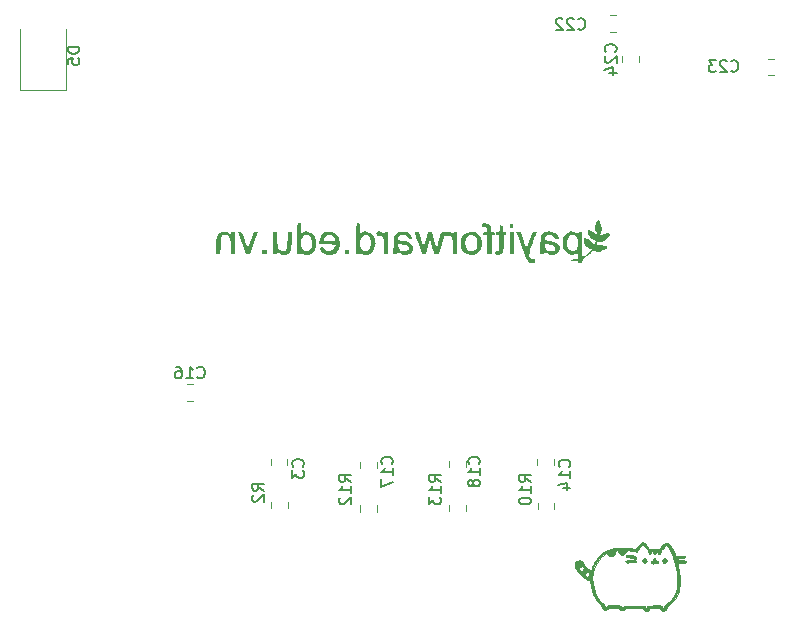
<source format=gbr>
%TF.GenerationSoftware,KiCad,Pcbnew,(5.99.0-3293-g62433736b)*%
%TF.CreationDate,2020-10-14T19:58:00+07:00*%
%TF.ProjectId,C21_board,4332315f-626f-4617-9264-2e6b69636164,rev?*%
%TF.SameCoordinates,Original*%
%TF.FileFunction,Legend,Bot*%
%TF.FilePolarity,Positive*%
%FSLAX46Y46*%
G04 Gerber Fmt 4.6, Leading zero omitted, Abs format (unit mm)*
G04 Created by KiCad (PCBNEW (5.99.0-3293-g62433736b)) date 2020-10-14 19:58:00*
%MOMM*%
%LPD*%
G01*
G04 APERTURE LIST*
%ADD10C,0.150000*%
%ADD11C,0.120000*%
%ADD12C,0.010000*%
G04 APERTURE END LIST*
D10*
%TO.C,C3*%
X129957141Y-101883333D02*
X130004760Y-101835714D01*
X130052379Y-101692857D01*
X130052379Y-101597619D01*
X130004760Y-101454761D01*
X129909522Y-101359523D01*
X129814284Y-101311904D01*
X129623808Y-101264285D01*
X129480951Y-101264285D01*
X129290475Y-101311904D01*
X129195237Y-101359523D01*
X129099999Y-101454761D01*
X129052379Y-101597619D01*
X129052379Y-101692857D01*
X129099999Y-101835714D01*
X129147618Y-101883333D01*
X129052379Y-102216666D02*
X129052379Y-102835714D01*
X129433332Y-102502380D01*
X129433332Y-102645238D01*
X129480951Y-102740476D01*
X129528570Y-102788095D01*
X129623808Y-102835714D01*
X129861903Y-102835714D01*
X129957141Y-102788095D01*
X130004760Y-102740476D01*
X130052379Y-102645238D01*
X130052379Y-102359523D01*
X130004760Y-102264285D01*
X129957141Y-102216666D01*
%TO.C,C14*%
X152532141Y-101915142D02*
X152579760Y-101867523D01*
X152627379Y-101724666D01*
X152627379Y-101629428D01*
X152579760Y-101486571D01*
X152484522Y-101391333D01*
X152389284Y-101343714D01*
X152198808Y-101296095D01*
X152055951Y-101296095D01*
X151865475Y-101343714D01*
X151770237Y-101391333D01*
X151674999Y-101486571D01*
X151627379Y-101629428D01*
X151627379Y-101724666D01*
X151674999Y-101867523D01*
X151722618Y-101915142D01*
X152627379Y-102867523D02*
X152627379Y-102296095D01*
X152627379Y-102581809D02*
X151627379Y-102581809D01*
X151770237Y-102486571D01*
X151865475Y-102391333D01*
X151913094Y-102296095D01*
X151960713Y-103724666D02*
X152627379Y-103724666D01*
X151579760Y-103486571D02*
X152294046Y-103248476D01*
X152294046Y-103867523D01*
%TO.C,C17*%
X137507141Y-101661142D02*
X137554760Y-101613523D01*
X137602379Y-101470666D01*
X137602379Y-101375428D01*
X137554760Y-101232571D01*
X137459522Y-101137333D01*
X137364284Y-101089714D01*
X137173808Y-101042095D01*
X137030951Y-101042095D01*
X136840475Y-101089714D01*
X136745237Y-101137333D01*
X136649999Y-101232571D01*
X136602379Y-101375428D01*
X136602379Y-101470666D01*
X136649999Y-101613523D01*
X136697618Y-101661142D01*
X137602379Y-102613523D02*
X137602379Y-102042095D01*
X137602379Y-102327809D02*
X136602379Y-102327809D01*
X136745237Y-102232571D01*
X136840475Y-102137333D01*
X136888094Y-102042095D01*
X136602379Y-102946857D02*
X136602379Y-103613523D01*
X137602379Y-103184952D01*
%TO.C,C18*%
X144855142Y-101661142D02*
X144902761Y-101613523D01*
X144950380Y-101470666D01*
X144950380Y-101375428D01*
X144902761Y-101232571D01*
X144807523Y-101137333D01*
X144712285Y-101089714D01*
X144521809Y-101042095D01*
X144378952Y-101042095D01*
X144188476Y-101089714D01*
X144093238Y-101137333D01*
X143998000Y-101232571D01*
X143950380Y-101375428D01*
X143950380Y-101470666D01*
X143998000Y-101613523D01*
X144045619Y-101661142D01*
X144950380Y-102613523D02*
X144950380Y-102042095D01*
X144950380Y-102327809D02*
X143950380Y-102327809D01*
X144093238Y-102232571D01*
X144188476Y-102137333D01*
X144236095Y-102042095D01*
X144378952Y-103184952D02*
X144331333Y-103089714D01*
X144283714Y-103042095D01*
X144188476Y-102994476D01*
X144140857Y-102994476D01*
X144045619Y-103042095D01*
X143998000Y-103089714D01*
X143950380Y-103184952D01*
X143950380Y-103375428D01*
X143998000Y-103470666D01*
X144045619Y-103518285D01*
X144140857Y-103565904D01*
X144188476Y-103565904D01*
X144283714Y-103518285D01*
X144331333Y-103470666D01*
X144378952Y-103375428D01*
X144378952Y-103184952D01*
X144426571Y-103089714D01*
X144474190Y-103042095D01*
X144569428Y-102994476D01*
X144759904Y-102994476D01*
X144855142Y-103042095D01*
X144902761Y-103089714D01*
X144950380Y-103184952D01*
X144950380Y-103375428D01*
X144902761Y-103470666D01*
X144855142Y-103518285D01*
X144759904Y-103565904D01*
X144569428Y-103565904D01*
X144474190Y-103518285D01*
X144426571Y-103470666D01*
X144378952Y-103375428D01*
%TO.C,R2*%
X126662380Y-103915333D02*
X126186190Y-103582000D01*
X126662380Y-103343904D02*
X125662380Y-103343904D01*
X125662380Y-103724857D01*
X125710000Y-103820095D01*
X125757619Y-103867714D01*
X125852857Y-103915333D01*
X125995714Y-103915333D01*
X126090952Y-103867714D01*
X126138571Y-103820095D01*
X126186190Y-103724857D01*
X126186190Y-103343904D01*
X125757619Y-104296285D02*
X125710000Y-104343904D01*
X125662380Y-104439142D01*
X125662380Y-104677238D01*
X125710000Y-104772476D01*
X125757619Y-104820095D01*
X125852857Y-104867714D01*
X125948095Y-104867714D01*
X126090952Y-104820095D01*
X126662380Y-104248666D01*
X126662380Y-104867714D01*
%TO.C,R10*%
X149268380Y-103185142D02*
X148792190Y-102851809D01*
X149268380Y-102613714D02*
X148268380Y-102613714D01*
X148268380Y-102994666D01*
X148316000Y-103089904D01*
X148363619Y-103137523D01*
X148458857Y-103185142D01*
X148601714Y-103185142D01*
X148696952Y-103137523D01*
X148744571Y-103089904D01*
X148792190Y-102994666D01*
X148792190Y-102613714D01*
X149268380Y-104137523D02*
X149268380Y-103566095D01*
X149268380Y-103851809D02*
X148268380Y-103851809D01*
X148411238Y-103756571D01*
X148506476Y-103661333D01*
X148554095Y-103566095D01*
X148268380Y-104756571D02*
X148268380Y-104851809D01*
X148316000Y-104947047D01*
X148363619Y-104994666D01*
X148458857Y-105042285D01*
X148649333Y-105089904D01*
X148887428Y-105089904D01*
X149077904Y-105042285D01*
X149173142Y-104994666D01*
X149220761Y-104947047D01*
X149268380Y-104851809D01*
X149268380Y-104756571D01*
X149220761Y-104661333D01*
X149173142Y-104613714D01*
X149077904Y-104566095D01*
X148887428Y-104518476D01*
X148649333Y-104518476D01*
X148458857Y-104566095D01*
X148363619Y-104613714D01*
X148316000Y-104661333D01*
X148268380Y-104756571D01*
%TO.C,R12*%
X134028380Y-103185142D02*
X133552190Y-102851809D01*
X134028380Y-102613714D02*
X133028380Y-102613714D01*
X133028380Y-102994666D01*
X133076000Y-103089904D01*
X133123619Y-103137523D01*
X133218857Y-103185142D01*
X133361714Y-103185142D01*
X133456952Y-103137523D01*
X133504571Y-103089904D01*
X133552190Y-102994666D01*
X133552190Y-102613714D01*
X134028380Y-104137523D02*
X134028380Y-103566095D01*
X134028380Y-103851809D02*
X133028380Y-103851809D01*
X133171238Y-103756571D01*
X133266476Y-103661333D01*
X133314095Y-103566095D01*
X133123619Y-104518476D02*
X133076000Y-104566095D01*
X133028380Y-104661333D01*
X133028380Y-104899428D01*
X133076000Y-104994666D01*
X133123619Y-105042285D01*
X133218857Y-105089904D01*
X133314095Y-105089904D01*
X133456952Y-105042285D01*
X134028380Y-104470857D01*
X134028380Y-105089904D01*
%TO.C,R13*%
X141648380Y-103185142D02*
X141172190Y-102851809D01*
X141648380Y-102613714D02*
X140648380Y-102613714D01*
X140648380Y-102994666D01*
X140696000Y-103089904D01*
X140743619Y-103137523D01*
X140838857Y-103185142D01*
X140981714Y-103185142D01*
X141076952Y-103137523D01*
X141124571Y-103089904D01*
X141172190Y-102994666D01*
X141172190Y-102613714D01*
X141648380Y-104137523D02*
X141648380Y-103566095D01*
X141648380Y-103851809D02*
X140648380Y-103851809D01*
X140791238Y-103756571D01*
X140886476Y-103661333D01*
X140934095Y-103566095D01*
X140648380Y-104470857D02*
X140648380Y-105089904D01*
X141029333Y-104756571D01*
X141029333Y-104899428D01*
X141076952Y-104994666D01*
X141124571Y-105042285D01*
X141219809Y-105089904D01*
X141457904Y-105089904D01*
X141553142Y-105042285D01*
X141600761Y-104994666D01*
X141648380Y-104899428D01*
X141648380Y-104613714D01*
X141600761Y-104518476D01*
X141553142Y-104470857D01*
%TO.C,D5*%
X111052380Y-66346904D02*
X110052380Y-66346904D01*
X110052380Y-66585000D01*
X110100000Y-66727857D01*
X110195238Y-66823095D01*
X110290476Y-66870714D01*
X110480952Y-66918333D01*
X110623809Y-66918333D01*
X110814285Y-66870714D01*
X110909523Y-66823095D01*
X111004761Y-66727857D01*
X111052380Y-66585000D01*
X111052380Y-66346904D01*
X110052380Y-67823095D02*
X110052380Y-67346904D01*
X110528571Y-67299285D01*
X110480952Y-67346904D01*
X110433333Y-67442142D01*
X110433333Y-67680238D01*
X110480952Y-67775476D01*
X110528571Y-67823095D01*
X110623809Y-67870714D01*
X110861904Y-67870714D01*
X110957142Y-67823095D01*
X111004761Y-67775476D01*
X111052380Y-67680238D01*
X111052380Y-67442142D01*
X111004761Y-67346904D01*
X110957142Y-67299285D01*
%TO.C,C24*%
X156432142Y-66757142D02*
X156479761Y-66709523D01*
X156527380Y-66566666D01*
X156527380Y-66471428D01*
X156479761Y-66328571D01*
X156384523Y-66233333D01*
X156289285Y-66185714D01*
X156098809Y-66138095D01*
X155955952Y-66138095D01*
X155765476Y-66185714D01*
X155670238Y-66233333D01*
X155575000Y-66328571D01*
X155527380Y-66471428D01*
X155527380Y-66566666D01*
X155575000Y-66709523D01*
X155622619Y-66757142D01*
X155622619Y-67138095D02*
X155575000Y-67185714D01*
X155527380Y-67280952D01*
X155527380Y-67519047D01*
X155575000Y-67614285D01*
X155622619Y-67661904D01*
X155717857Y-67709523D01*
X155813095Y-67709523D01*
X155955952Y-67661904D01*
X156527380Y-67090476D01*
X156527380Y-67709523D01*
X155860714Y-68566666D02*
X156527380Y-68566666D01*
X155479761Y-68328571D02*
X156194047Y-68090476D01*
X156194047Y-68709523D01*
%TO.C,C23*%
X166222857Y-68371142D02*
X166270476Y-68418761D01*
X166413333Y-68466380D01*
X166508571Y-68466380D01*
X166651428Y-68418761D01*
X166746666Y-68323523D01*
X166794285Y-68228285D01*
X166841904Y-68037809D01*
X166841904Y-67894952D01*
X166794285Y-67704476D01*
X166746666Y-67609238D01*
X166651428Y-67514000D01*
X166508571Y-67466380D01*
X166413333Y-67466380D01*
X166270476Y-67514000D01*
X166222857Y-67561619D01*
X165841904Y-67561619D02*
X165794285Y-67514000D01*
X165699047Y-67466380D01*
X165460952Y-67466380D01*
X165365714Y-67514000D01*
X165318095Y-67561619D01*
X165270476Y-67656857D01*
X165270476Y-67752095D01*
X165318095Y-67894952D01*
X165889523Y-68466380D01*
X165270476Y-68466380D01*
X164937142Y-67466380D02*
X164318095Y-67466380D01*
X164651428Y-67847333D01*
X164508571Y-67847333D01*
X164413333Y-67894952D01*
X164365714Y-67942571D01*
X164318095Y-68037809D01*
X164318095Y-68275904D01*
X164365714Y-68371142D01*
X164413333Y-68418761D01*
X164508571Y-68466380D01*
X164794285Y-68466380D01*
X164889523Y-68418761D01*
X164937142Y-68371142D01*
%TO.C,C22*%
X153268857Y-64815142D02*
X153316476Y-64862761D01*
X153459333Y-64910380D01*
X153554571Y-64910380D01*
X153697428Y-64862761D01*
X153792666Y-64767523D01*
X153840285Y-64672285D01*
X153887904Y-64481809D01*
X153887904Y-64338952D01*
X153840285Y-64148476D01*
X153792666Y-64053238D01*
X153697428Y-63958000D01*
X153554571Y-63910380D01*
X153459333Y-63910380D01*
X153316476Y-63958000D01*
X153268857Y-64005619D01*
X152887904Y-64005619D02*
X152840285Y-63958000D01*
X152745047Y-63910380D01*
X152506952Y-63910380D01*
X152411714Y-63958000D01*
X152364095Y-64005619D01*
X152316476Y-64100857D01*
X152316476Y-64196095D01*
X152364095Y-64338952D01*
X152935523Y-64910380D01*
X152316476Y-64910380D01*
X151935523Y-64005619D02*
X151887904Y-63958000D01*
X151792666Y-63910380D01*
X151554571Y-63910380D01*
X151459333Y-63958000D01*
X151411714Y-64005619D01*
X151364095Y-64100857D01*
X151364095Y-64196095D01*
X151411714Y-64338952D01*
X151983142Y-64910380D01*
X151364095Y-64910380D01*
%TO.C,C16*%
X121042857Y-94332142D02*
X121090476Y-94379761D01*
X121233333Y-94427380D01*
X121328571Y-94427380D01*
X121471428Y-94379761D01*
X121566666Y-94284523D01*
X121614285Y-94189285D01*
X121661904Y-93998809D01*
X121661904Y-93855952D01*
X121614285Y-93665476D01*
X121566666Y-93570238D01*
X121471428Y-93475000D01*
X121328571Y-93427380D01*
X121233333Y-93427380D01*
X121090476Y-93475000D01*
X121042857Y-93522619D01*
X120090476Y-94427380D02*
X120661904Y-94427380D01*
X120376190Y-94427380D02*
X120376190Y-93427380D01*
X120471428Y-93570238D01*
X120566666Y-93665476D01*
X120661904Y-93713095D01*
X119233333Y-93427380D02*
X119423809Y-93427380D01*
X119519047Y-93475000D01*
X119566666Y-93522619D01*
X119661904Y-93665476D01*
X119709523Y-93855952D01*
X119709523Y-94236904D01*
X119661904Y-94332142D01*
X119614285Y-94379761D01*
X119519047Y-94427380D01*
X119328571Y-94427380D01*
X119233333Y-94379761D01*
X119185714Y-94332142D01*
X119138095Y-94236904D01*
X119138095Y-93998809D01*
X119185714Y-93903571D01*
X119233333Y-93855952D01*
X119328571Y-93808333D01*
X119519047Y-93808333D01*
X119614285Y-93855952D01*
X119661904Y-93903571D01*
X119709523Y-93998809D01*
D11*
%TO.C,C3*%
X127239999Y-101741251D02*
X127239999Y-101218747D01*
X128659999Y-101741251D02*
X128659999Y-101218747D01*
%TO.C,C14*%
X151234999Y-101741251D02*
X151234999Y-101218747D01*
X149814999Y-101741251D02*
X149814999Y-101218747D01*
%TO.C,C17*%
X136209999Y-102041251D02*
X136209999Y-101518747D01*
X134789999Y-102041251D02*
X134789999Y-101518747D01*
%TO.C,C18*%
X143759999Y-101941251D02*
X143759999Y-101418747D01*
X142339999Y-101941251D02*
X142339999Y-101418747D01*
%TO.C,R2*%
X128709999Y-105416251D02*
X128709999Y-104893747D01*
X127289999Y-105416251D02*
X127289999Y-104893747D01*
%TO.C,R10*%
X151259999Y-105466251D02*
X151259999Y-104943747D01*
X149839999Y-105466251D02*
X149839999Y-104943747D01*
%TO.C,R12*%
X136234999Y-105691251D02*
X136234999Y-105168747D01*
X134814999Y-105691251D02*
X134814999Y-105168747D01*
%TO.C,R13*%
X143784999Y-105666251D02*
X143784999Y-105143747D01*
X142364999Y-105666251D02*
X142364999Y-105143747D01*
%TO.C,D5*%
X109910000Y-64835000D02*
X109910000Y-70045000D01*
X105990000Y-70045000D02*
X105990000Y-64835000D01*
X109910000Y-70045000D02*
X105990000Y-70045000D01*
%TO.C,C24*%
X158435000Y-67138748D02*
X158435000Y-67661252D01*
X157015000Y-67138748D02*
X157015000Y-67661252D01*
%TO.C,G\u002A\u002A\u002A*%
G36*
X145024937Y-83495310D02*
G01*
X144864360Y-83713385D01*
X144631489Y-83868052D01*
X144595553Y-83883126D01*
X144412425Y-83936459D01*
X144239144Y-83958016D01*
X144162820Y-83953833D01*
X143926348Y-83897130D01*
X143706755Y-83788008D01*
X143543426Y-83644231D01*
X143476338Y-83540816D01*
X143384320Y-83288152D01*
X143350660Y-82999327D01*
X143352459Y-82979270D01*
X143733828Y-82979270D01*
X143755374Y-83235191D01*
X143829357Y-83427758D01*
X143960871Y-83573267D01*
X144000201Y-83601119D01*
X144185036Y-83665841D01*
X144379776Y-83640684D01*
X144566198Y-83527039D01*
X144642546Y-83454798D01*
X144689394Y-83388058D01*
X144713893Y-83301221D01*
X144723283Y-83168610D01*
X144724804Y-82964547D01*
X144723287Y-82760641D01*
X144713908Y-82627973D01*
X144689427Y-82541105D01*
X144642604Y-82474358D01*
X144566198Y-82402054D01*
X144485450Y-82339353D01*
X144294579Y-82262646D01*
X144102955Y-82282734D01*
X143914799Y-82399633D01*
X143837614Y-82475690D01*
X143783560Y-82562440D01*
X143754700Y-82679988D01*
X143738363Y-82861500D01*
X143733828Y-82979270D01*
X143352459Y-82979270D01*
X143377211Y-82703367D01*
X143465828Y-82429301D01*
X143472078Y-82416483D01*
X143623339Y-82215536D01*
X143835036Y-82072051D01*
X144085583Y-81993020D01*
X144353395Y-81985439D01*
X144616887Y-82056302D01*
X144702037Y-82099371D01*
X144910157Y-82272434D01*
X145048705Y-82512522D01*
X145118408Y-82820745D01*
X145123690Y-82880809D01*
X145120736Y-82964547D01*
X145111840Y-83216795D01*
X145024937Y-83495310D01*
G37*
G36*
X148406483Y-82041793D02*
G01*
X148662621Y-82746000D01*
X148717144Y-82892720D01*
X148800492Y-83103956D01*
X148870069Y-83264195D01*
X148919828Y-83359856D01*
X148943721Y-83377357D01*
X148948065Y-83364832D01*
X148981311Y-83270358D01*
X149038392Y-83108966D01*
X149112622Y-82899552D01*
X149197310Y-82661009D01*
X149425938Y-82017510D01*
X149798530Y-82017510D01*
X149708900Y-82248199D01*
X149583669Y-82573163D01*
X149428284Y-82987392D01*
X149308329Y-83323878D01*
X149221658Y-83589329D01*
X149166126Y-83790453D01*
X149139586Y-83933956D01*
X149139892Y-84026545D01*
X149143112Y-84042594D01*
X149217039Y-84218885D01*
X149341695Y-84320516D01*
X149506635Y-84338598D01*
X149603698Y-84331501D01*
X149646356Y-84367617D01*
X149654249Y-84474456D01*
X149654180Y-84482023D01*
X149635443Y-84595765D01*
X149593542Y-84656474D01*
X149564933Y-84666405D01*
X149383205Y-84680920D01*
X149193965Y-84631733D01*
X149168469Y-84619385D01*
X149111426Y-84583486D01*
X149056674Y-84531745D01*
X149000383Y-84455737D01*
X148938726Y-84347039D01*
X148867873Y-84197230D01*
X148783996Y-83997884D01*
X148683266Y-83740580D01*
X148561855Y-83416895D01*
X148415933Y-83018405D01*
X148241673Y-82536687D01*
X148052381Y-82011695D01*
X148406483Y-82041793D01*
G37*
G36*
X123531713Y-82018656D02*
G01*
X123715955Y-82103955D01*
X123755369Y-82132943D01*
X123831851Y-82182750D01*
X123861048Y-82176519D01*
X123865721Y-82116096D01*
X123871494Y-82070443D01*
X123918766Y-82028223D01*
X124035702Y-82017510D01*
X124205683Y-82017510D01*
X124205683Y-83911583D01*
X123875036Y-83911583D01*
X123858237Y-83232698D01*
X123855691Y-83131417D01*
X123848282Y-82890620D01*
X123838434Y-82722786D01*
X123822809Y-82609877D01*
X123798067Y-82533856D01*
X123760871Y-82476683D01*
X123707882Y-82420322D01*
X123688163Y-82401242D01*
X123551191Y-82311777D01*
X123380692Y-82286831D01*
X123265229Y-82291604D01*
X123167946Y-82315992D01*
X123099202Y-82372949D01*
X123053525Y-82475387D01*
X123025442Y-82636215D01*
X123009484Y-82868347D01*
X123000176Y-83184692D01*
X122984536Y-83911583D01*
X122651572Y-83911583D01*
X122652288Y-83170952D01*
X122653128Y-82980530D01*
X122659391Y-82707921D01*
X122675085Y-82507004D01*
X122704108Y-82361517D01*
X122750354Y-82255201D01*
X122817721Y-82171796D01*
X122910105Y-82095041D01*
X123089515Y-82014031D01*
X123309926Y-81988538D01*
X123531713Y-82018656D01*
G37*
G36*
X126106762Y-82248199D02*
G01*
X126089359Y-82293869D01*
X126029220Y-82454091D01*
X125947869Y-82672839D01*
X125853766Y-82927329D01*
X125755367Y-83194776D01*
X125492681Y-83910666D01*
X125321212Y-83911124D01*
X125149743Y-83911583D01*
X124802383Y-82976688D01*
X124455024Y-82041793D01*
X124577286Y-82026030D01*
X124667393Y-82021369D01*
X124760775Y-82033762D01*
X124771965Y-82043885D01*
X124819700Y-82126796D01*
X124888618Y-82278005D01*
X124971271Y-82480507D01*
X125060210Y-82717296D01*
X125096430Y-82816881D01*
X125178977Y-83037802D01*
X125248486Y-83215534D01*
X125298535Y-83333940D01*
X125322700Y-83376881D01*
X125330276Y-83366976D01*
X125366710Y-83285990D01*
X125425654Y-83136662D01*
X125500905Y-82934989D01*
X125586263Y-82696968D01*
X125825544Y-82017510D01*
X126195470Y-82017510D01*
X126106762Y-82248199D01*
G37*
G36*
X142394240Y-81995080D02*
G01*
X142474624Y-82029530D01*
X142559900Y-82094683D01*
X142601762Y-82129662D01*
X142675457Y-82184048D01*
X142704337Y-82179348D01*
X142709316Y-82118959D01*
X142711263Y-82088497D01*
X142749041Y-82032230D01*
X142855014Y-82017510D01*
X143000712Y-82017510D01*
X143000712Y-83911583D01*
X142660750Y-83911583D01*
X142660750Y-83277814D01*
X142659426Y-83105451D01*
X142647356Y-82820437D01*
X142620049Y-82613823D01*
X142574301Y-82473426D01*
X142506904Y-82387062D01*
X142414653Y-82342546D01*
X142329669Y-82334821D01*
X142197397Y-82358223D01*
X142152234Y-82372931D01*
X142085954Y-82362577D01*
X142042446Y-82275217D01*
X142036591Y-82260053D01*
X142016758Y-82241549D01*
X141989935Y-82269145D01*
X141952269Y-82352322D01*
X141899905Y-82500564D01*
X141828990Y-82723355D01*
X141735672Y-83030179D01*
X141470884Y-83911097D01*
X141292208Y-83911340D01*
X141232999Y-83910590D01*
X141178189Y-83900605D01*
X141133102Y-83869252D01*
X141092161Y-83804395D01*
X141049788Y-83693897D01*
X141000405Y-83525623D01*
X140938436Y-83287435D01*
X140858302Y-82967198D01*
X140749991Y-82532756D01*
X140575124Y-83210028D01*
X140400256Y-83887300D01*
X140020051Y-83887300D01*
X139764467Y-83061679D01*
X139660964Y-82728395D01*
X139581211Y-82470045D01*
X139525845Y-82282586D01*
X139493281Y-82154786D01*
X139481929Y-82075412D01*
X139490202Y-82033230D01*
X139516513Y-82017008D01*
X139559275Y-82015513D01*
X139616900Y-82017510D01*
X139780254Y-82017510D01*
X139966554Y-82636726D01*
X139981588Y-82686480D01*
X140051844Y-82913263D01*
X140113214Y-83102494D01*
X140159542Y-83235623D01*
X140184674Y-83294101D01*
X140189807Y-83293938D01*
X140218996Y-83236668D01*
X140264408Y-83105921D01*
X140320887Y-82917454D01*
X140383277Y-82687026D01*
X140550062Y-82041793D01*
X140728599Y-82026876D01*
X140796806Y-82022303D01*
X140877735Y-82034019D01*
X140923354Y-82092308D01*
X140962527Y-82221140D01*
X140995803Y-82346115D01*
X141099698Y-82725242D01*
X141184134Y-83014255D01*
X141248731Y-83211972D01*
X141293112Y-83317211D01*
X141316899Y-83328791D01*
X141339497Y-83256750D01*
X141381708Y-83111564D01*
X141437319Y-82914842D01*
X141500253Y-82687817D01*
X141500814Y-82685776D01*
X141563500Y-82462399D01*
X141619109Y-82273005D01*
X141661618Y-82137539D01*
X141685004Y-82075948D01*
X141686691Y-82073904D01*
X141753133Y-82048028D01*
X141887246Y-82021793D01*
X142062098Y-82000581D01*
X142125062Y-81995022D01*
X142287976Y-81985516D01*
X142394240Y-81995080D01*
G37*
G36*
X153745932Y-84099375D02*
G01*
X153756798Y-84093094D01*
X153853132Y-84022369D01*
X153988264Y-83908388D01*
X154136526Y-83772623D01*
X154417848Y-83504327D01*
X154214381Y-83428700D01*
X154170139Y-83410331D01*
X154024126Y-83325615D01*
X153921233Y-83231659D01*
X153865578Y-83123945D01*
X153814242Y-82971413D01*
X153775596Y-82808214D01*
X153757574Y-82667909D01*
X153768113Y-82584058D01*
X153783497Y-82567258D01*
X153873252Y-82550719D01*
X154006296Y-82585117D01*
X154161153Y-82658885D01*
X154316350Y-82760459D01*
X154450413Y-82878274D01*
X154541867Y-83000764D01*
X154624164Y-83158810D01*
X154710619Y-82964547D01*
X154797074Y-82770283D01*
X154641818Y-82730034D01*
X154443452Y-82635026D01*
X154270069Y-82458577D01*
X154148782Y-82220409D01*
X154136226Y-82182742D01*
X154083682Y-81982309D01*
X154083104Y-81862922D01*
X154134459Y-81823721D01*
X154213117Y-81837390D01*
X154370514Y-81900759D01*
X154541130Y-81997331D01*
X154690331Y-82106596D01*
X154783481Y-82208046D01*
X154837930Y-82292542D01*
X154876528Y-82318221D01*
X154904062Y-82273581D01*
X154903230Y-82183593D01*
X154848546Y-82064436D01*
X154803107Y-81991415D01*
X154735708Y-81793602D01*
X154735563Y-81561791D01*
X154801531Y-81276879D01*
X154867075Y-81092977D01*
X154934477Y-80980890D01*
X155002891Y-80962880D01*
X155078690Y-81037683D01*
X155168246Y-81204030D01*
X155247115Y-81422039D01*
X155286279Y-81672760D01*
X155267712Y-81895660D01*
X155190769Y-82066076D01*
X155176743Y-82084755D01*
X155116149Y-82189240D01*
X155091313Y-82273979D01*
X155111989Y-82308906D01*
X155116341Y-82308203D01*
X155182094Y-82285720D01*
X155294111Y-82241445D01*
X155355167Y-82219582D01*
X155528529Y-82173509D01*
X155712853Y-82139756D01*
X155780099Y-82132013D01*
X155908457Y-82132665D01*
X155963318Y-82169192D01*
X155944218Y-82247946D01*
X155850690Y-82375281D01*
X155682271Y-82557549D01*
X155556249Y-82685198D01*
X155452335Y-82778047D01*
X155369297Y-82825397D01*
X155282503Y-82840618D01*
X155167323Y-82837080D01*
X155077118Y-82832693D01*
X154975821Y-82841840D01*
X154918085Y-82886800D01*
X154870085Y-82984326D01*
X154860212Y-83007883D01*
X154819039Y-83108150D01*
X154802437Y-83152245D01*
X154813058Y-83153683D01*
X154896621Y-83156313D01*
X155045230Y-83158131D01*
X155237133Y-83158810D01*
X155276865Y-83158966D01*
X155533350Y-83171219D01*
X155695324Y-83204193D01*
X155763467Y-83259511D01*
X155738458Y-83338795D01*
X155620976Y-83443669D01*
X155411702Y-83575754D01*
X155403175Y-83580611D01*
X155144116Y-83690020D01*
X154912503Y-83708284D01*
X154703526Y-83635809D01*
X154565540Y-83554299D01*
X154349394Y-83793649D01*
X154241624Y-83902129D01*
X154058644Y-84058198D01*
X153885916Y-84178696D01*
X153796961Y-84232953D01*
X153695226Y-84310684D01*
X153648956Y-84385412D01*
X153637622Y-84482233D01*
X153636995Y-84522671D01*
X153622390Y-84603033D01*
X153566885Y-84634597D01*
X153442394Y-84640072D01*
X153326308Y-84634124D01*
X153263361Y-84605139D01*
X153248130Y-84539668D01*
X153231444Y-84470658D01*
X153163140Y-84463271D01*
X153024096Y-84496765D01*
X152845198Y-84522315D01*
X152708747Y-84521315D01*
X152639818Y-84492371D01*
X152634658Y-84482709D01*
X152646559Y-84416284D01*
X152735484Y-84368191D01*
X152883886Y-84348757D01*
X152915841Y-84348315D01*
X153090541Y-84334717D01*
X153191124Y-84291366D01*
X153237137Y-84202315D01*
X153248130Y-84051617D01*
X153244345Y-83920188D01*
X153222974Y-83837023D01*
X153172366Y-83830314D01*
X153081009Y-83888844D01*
X153054219Y-83906847D01*
X152885788Y-83957331D01*
X152684462Y-83942848D01*
X152475041Y-83871249D01*
X152282325Y-83750385D01*
X152131113Y-83588109D01*
X152082712Y-83508656D01*
X152035348Y-83388871D01*
X152008311Y-83235461D01*
X151993996Y-83016738D01*
X151992424Y-82965864D01*
X151998342Y-82865190D01*
X152333384Y-82865190D01*
X152345830Y-83167104D01*
X152420050Y-83404622D01*
X152553989Y-83570862D01*
X152567171Y-83580931D01*
X152740945Y-83662295D01*
X152909568Y-83657185D01*
X153061247Y-83575228D01*
X153184191Y-83426051D01*
X153266604Y-83219282D01*
X153296696Y-82964547D01*
X153270692Y-82725313D01*
X153190259Y-82515947D01*
X153069852Y-82366532D01*
X152924244Y-82279013D01*
X152768204Y-82255336D01*
X152616504Y-82297444D01*
X152483916Y-82407284D01*
X152385209Y-82586799D01*
X152335156Y-82837936D01*
X152333384Y-82865190D01*
X151998342Y-82865190D01*
X152010964Y-82650499D01*
X152085308Y-82405234D01*
X152220799Y-82218373D01*
X152422783Y-82078218D01*
X152469025Y-82055681D01*
X152704597Y-81980658D01*
X152915584Y-81991637D01*
X153119938Y-82088896D01*
X153179246Y-82128680D01*
X153258858Y-82174409D01*
X153290827Y-82168255D01*
X153296696Y-82113179D01*
X153302022Y-82071173D01*
X153349286Y-82028538D01*
X153466677Y-82017510D01*
X153636658Y-82017510D01*
X153636658Y-84157830D01*
X153745932Y-84099375D01*
G37*
G36*
X126925377Y-83911583D02*
G01*
X126536849Y-83911583D01*
X126536849Y-83523055D01*
X126925377Y-83523055D01*
X126925377Y-83911583D01*
G37*
G36*
X133093255Y-82979631D02*
G01*
X133080217Y-83197936D01*
X133007434Y-83476961D01*
X132867828Y-83691560D01*
X132658103Y-83848314D01*
X132630042Y-83862478D01*
X132378950Y-83940429D01*
X132115627Y-83949367D01*
X131864021Y-83894170D01*
X131648083Y-83779712D01*
X131491763Y-83610869D01*
X131432476Y-83505585D01*
X131400960Y-83401783D01*
X131437797Y-83340491D01*
X131546314Y-83302934D01*
X131589648Y-83294591D01*
X131689550Y-83298391D01*
X131748863Y-83358134D01*
X131850644Y-83499703D01*
X132006636Y-83623637D01*
X132170706Y-83668753D01*
X132270324Y-83661963D01*
X132474084Y-83588803D01*
X132626327Y-83434170D01*
X132728802Y-83196586D01*
X132735077Y-83172653D01*
X132736107Y-83137227D01*
X132710890Y-83112925D01*
X132645251Y-83097157D01*
X132525017Y-83087335D01*
X132336015Y-83080869D01*
X132064072Y-83075171D01*
X131369163Y-83061679D01*
X131381091Y-82829474D01*
X131389924Y-82732613D01*
X131393648Y-82719305D01*
X131733408Y-82719305D01*
X131736624Y-82738301D01*
X131768855Y-82766717D01*
X131849107Y-82783877D01*
X131993729Y-82792316D01*
X132219067Y-82794566D01*
X132316372Y-82794495D01*
X132503452Y-82792326D01*
X132618100Y-82783954D01*
X132678044Y-82765188D01*
X132701011Y-82731834D01*
X132704727Y-82679700D01*
X132669401Y-82530051D01*
X132560611Y-82394688D01*
X132400979Y-82304583D01*
X132213634Y-82272246D01*
X132021704Y-82310190D01*
X132010170Y-82315266D01*
X131875605Y-82417671D01*
X131773755Y-82565967D01*
X131733408Y-82719305D01*
X131393648Y-82719305D01*
X131469548Y-82448102D01*
X131619371Y-82223951D01*
X131829948Y-82067961D01*
X132091831Y-81987933D01*
X132395577Y-81991668D01*
X132480243Y-82010755D01*
X132703522Y-82117549D01*
X132896790Y-82285362D01*
X133027640Y-82488710D01*
X133058327Y-82601172D01*
X133069266Y-82679700D01*
X133083566Y-82782366D01*
X133093255Y-82979631D01*
G37*
G36*
X151740053Y-83432683D02*
G01*
X151684140Y-83606861D01*
X151573762Y-83770698D01*
X151435601Y-83881798D01*
X151394309Y-83900368D01*
X151144368Y-83955726D01*
X150873268Y-83935952D01*
X150613178Y-83842578D01*
X150505070Y-83786466D01*
X150425115Y-83755181D01*
X150387316Y-83766582D01*
X150367661Y-83818295D01*
X150356884Y-83847341D01*
X150294317Y-83897491D01*
X150163542Y-83911583D01*
X150060382Y-83906956D01*
X150010284Y-83882669D01*
X150019215Y-83826592D01*
X150025601Y-83801828D01*
X150040852Y-83686569D01*
X150056892Y-83502589D01*
X150072166Y-83269253D01*
X150079161Y-83127046D01*
X150431304Y-83127046D01*
X150449143Y-83281588D01*
X150534768Y-83471800D01*
X150681178Y-83599546D01*
X150857419Y-83660522D01*
X151042087Y-83667701D01*
X151200910Y-83621096D01*
X151312147Y-83527374D01*
X151354058Y-83393202D01*
X151347037Y-83337803D01*
X151275374Y-83230737D01*
X151121037Y-83148629D01*
X150877512Y-83087296D01*
X150728258Y-83058776D01*
X150583622Y-83027555D01*
X150501126Y-83005230D01*
X150487244Y-83001016D01*
X150443961Y-83023760D01*
X150431304Y-83127046D01*
X150079161Y-83127046D01*
X150085119Y-83005922D01*
X150098851Y-82719823D01*
X150118756Y-82477089D01*
X150149274Y-82303795D01*
X150196517Y-82185288D01*
X150266599Y-82106916D01*
X150365630Y-82054023D01*
X150499724Y-82011958D01*
X150537326Y-82002578D01*
X150794978Y-81974591D01*
X151052172Y-82000650D01*
X151285663Y-82073872D01*
X151472204Y-82187376D01*
X151588549Y-82334281D01*
X151622222Y-82415064D01*
X151643308Y-82527648D01*
X151596447Y-82584557D01*
X151475473Y-82600302D01*
X151347998Y-82583449D01*
X151305492Y-82530978D01*
X151304958Y-82524355D01*
X151262199Y-82445819D01*
X151171935Y-82356220D01*
X151083732Y-82298770D01*
X150966675Y-82268377D01*
X150799538Y-82273501D01*
X150738297Y-82281124D01*
X150557347Y-82339100D01*
X150459303Y-82444633D01*
X150441387Y-82600258D01*
X150451783Y-82650922D01*
X150483989Y-82694607D01*
X150555621Y-82727997D01*
X150685559Y-82759311D01*
X150892681Y-82796771D01*
X150978181Y-82812233D01*
X151180017Y-82854803D01*
X151344251Y-82897627D01*
X151441647Y-82933427D01*
X151512789Y-82986791D01*
X151622905Y-83115750D01*
X151708095Y-83264846D01*
X151742113Y-83393202D01*
X151742404Y-83394301D01*
X151740053Y-83432683D01*
G37*
G36*
X145417946Y-81289061D02*
G01*
X145647368Y-81316923D01*
X145801250Y-81401656D01*
X145887660Y-81550944D01*
X145914670Y-81772473D01*
X145916388Y-81895666D01*
X145931352Y-81979988D01*
X145974401Y-82012287D01*
X146060368Y-82017510D01*
X146123726Y-82020410D01*
X146190384Y-82052153D01*
X146206065Y-82138925D01*
X146205553Y-82161300D01*
X146177072Y-82240281D01*
X146084651Y-82260340D01*
X145963236Y-82260340D01*
X145963236Y-83911583D01*
X145574708Y-83911583D01*
X145574708Y-82260340D01*
X145404727Y-82260340D01*
X145304596Y-82254647D01*
X145247446Y-82221033D01*
X145234746Y-82138925D01*
X145241661Y-82070712D01*
X145286839Y-82027272D01*
X145399531Y-82017510D01*
X145432943Y-82016658D01*
X145553396Y-81984041D01*
X145600212Y-81896219D01*
X145580516Y-81742365D01*
X145580476Y-81742217D01*
X145543474Y-81652398D01*
X145474403Y-81608473D01*
X145340787Y-81589766D01*
X145294958Y-81586092D01*
X145189438Y-81567274D01*
X145146044Y-81522918D01*
X145137614Y-81431926D01*
X145137615Y-81429461D01*
X145142573Y-81349070D01*
X145173241Y-81307288D01*
X145253426Y-81291482D01*
X145406935Y-81289021D01*
X145417946Y-81289061D01*
G37*
G36*
X136600939Y-81987646D02*
G01*
X136762193Y-82088152D01*
X136764553Y-82090511D01*
X136842746Y-82163371D01*
X136875056Y-82169326D01*
X136881400Y-82112435D01*
X136886603Y-82071377D01*
X136933861Y-82028624D01*
X137051381Y-82017510D01*
X137221362Y-82017510D01*
X137221362Y-83911583D01*
X136832834Y-83911583D01*
X136832834Y-83229452D01*
X136832814Y-83164055D01*
X136831548Y-82911476D01*
X136826444Y-82734583D01*
X136814918Y-82615703D01*
X136794382Y-82537166D01*
X136762253Y-82481300D01*
X136715946Y-82430432D01*
X136678293Y-82395293D01*
X136570549Y-82337450D01*
X136431143Y-82340792D01*
X136321404Y-82351013D01*
X136257060Y-82319336D01*
X136212595Y-82222792D01*
X136187919Y-82137465D01*
X136201666Y-82071731D01*
X136281136Y-82023244D01*
X136412789Y-81979938D01*
X136600939Y-81987646D01*
G37*
G36*
X146788857Y-81466727D02*
G01*
X146817911Y-81484466D01*
X146893938Y-81549320D01*
X146927207Y-81637282D01*
X146934555Y-81785152D01*
X146935386Y-81866362D01*
X146946942Y-81967225D01*
X146982723Y-82009162D01*
X147055970Y-82017510D01*
X147078345Y-82018023D01*
X147157326Y-82046504D01*
X147177385Y-82138925D01*
X147158395Y-82228867D01*
X147085546Y-82260340D01*
X147078659Y-82260472D01*
X147044831Y-82269851D01*
X147020612Y-82304349D01*
X147003816Y-82378368D01*
X146992258Y-82506308D01*
X146983753Y-82702569D01*
X146976117Y-82981553D01*
X146972404Y-83120261D01*
X146961009Y-83391654D01*
X146942768Y-83587282D01*
X146913498Y-83722236D01*
X146869018Y-83811603D01*
X146805144Y-83870474D01*
X146717694Y-83913937D01*
X146598088Y-83946211D01*
X146434337Y-83952058D01*
X146308766Y-83916052D01*
X146258877Y-83845352D01*
X146269231Y-83746615D01*
X146333228Y-83657484D01*
X146436872Y-83611260D01*
X146570310Y-83595904D01*
X146597334Y-82260340D01*
X146450266Y-82260340D01*
X146384724Y-82257286D01*
X146318678Y-82225409D01*
X146303197Y-82138925D01*
X146305884Y-82091441D01*
X146341988Y-82031753D01*
X146443699Y-82017510D01*
X146450425Y-82017473D01*
X146548273Y-82000696D01*
X146607000Y-81941149D01*
X146635622Y-81820962D01*
X146643159Y-81622265D01*
X146643159Y-81380661D01*
X146788857Y-81466727D01*
G37*
G36*
X147808742Y-83911583D02*
G01*
X147468781Y-83911583D01*
X147468781Y-82017510D01*
X147808742Y-82017510D01*
X147808742Y-83911583D01*
G37*
G36*
X127806941Y-82663253D02*
G01*
X127814309Y-82889445D01*
X127827153Y-83107624D01*
X127846009Y-83260565D01*
X127873283Y-83366204D01*
X127911378Y-83442476D01*
X128010672Y-83552474D01*
X128190530Y-83640662D01*
X128395297Y-83641628D01*
X128477235Y-83612139D01*
X128556948Y-83541190D01*
X128613093Y-83421513D01*
X128649034Y-83241139D01*
X128668133Y-82988101D01*
X128673752Y-82650428D01*
X128673752Y-82017510D01*
X129013714Y-82017510D01*
X129012998Y-82758141D01*
X129011733Y-82990942D01*
X129004314Y-83254782D01*
X128986488Y-83448840D01*
X128954029Y-83589223D01*
X128902709Y-83692042D01*
X128828298Y-83773404D01*
X128726570Y-83849418D01*
X128675617Y-83880476D01*
X128445527Y-83955216D01*
X128204639Y-83941694D01*
X127976323Y-83840198D01*
X127917015Y-83800413D01*
X127837403Y-83754684D01*
X127805433Y-83760838D01*
X127799564Y-83815915D01*
X127794239Y-83857921D01*
X127746975Y-83900555D01*
X127629584Y-83911583D01*
X127459603Y-83911583D01*
X127459603Y-82017510D01*
X127790034Y-82017510D01*
X127806941Y-82663253D01*
G37*
G36*
X136105031Y-83190661D02*
G01*
X136027966Y-83448234D01*
X135892888Y-83670566D01*
X135699458Y-83838037D01*
X135682049Y-83848225D01*
X135432839Y-83943134D01*
X135186269Y-83946879D01*
X134956635Y-83859056D01*
X134855063Y-83801276D01*
X134805068Y-83792696D01*
X134793064Y-83834773D01*
X134791887Y-83848944D01*
X134746325Y-83897109D01*
X134623083Y-83911583D01*
X134453102Y-83911583D01*
X134453323Y-83146669D01*
X134453466Y-83076768D01*
X134455375Y-82885160D01*
X134805590Y-82885160D01*
X134814008Y-83172347D01*
X134887183Y-83404792D01*
X135021676Y-83570862D01*
X135144728Y-83638539D01*
X135278723Y-83668753D01*
X135413492Y-83645405D01*
X135569466Y-83542297D01*
X135683129Y-83368540D01*
X135747011Y-83136853D01*
X135753641Y-82859958D01*
X135749344Y-82817502D01*
X135686301Y-82570898D01*
X135575589Y-82395653D01*
X135433253Y-82291919D01*
X135275335Y-82259845D01*
X135117879Y-82299580D01*
X134976929Y-82411275D01*
X134868529Y-82595078D01*
X134808723Y-82851141D01*
X134805590Y-82885160D01*
X134455375Y-82885160D01*
X134456742Y-82748120D01*
X134463681Y-82407409D01*
X134473402Y-82091033D01*
X134485026Y-81835388D01*
X134516508Y-81289021D01*
X134654786Y-81289021D01*
X134697497Y-81289858D01*
X134762205Y-81307585D01*
X134788253Y-81369001D01*
X134793064Y-81500789D01*
X134793439Y-81536797D01*
X134803617Y-81738109D01*
X134823350Y-81933518D01*
X134853636Y-82154479D01*
X135005472Y-82061893D01*
X135206010Y-81982513D01*
X135422966Y-81987341D01*
X135669102Y-82078218D01*
X135839921Y-82200370D01*
X135991527Y-82402701D01*
X136086472Y-82648274D01*
X136116313Y-82859958D01*
X136124420Y-82917467D01*
X136105031Y-83190661D01*
G37*
G36*
X139291679Y-83573828D02*
G01*
X139211297Y-83734962D01*
X139051627Y-83865434D01*
X138983394Y-83900769D01*
X138749021Y-83956071D01*
X138487820Y-83937557D01*
X138226208Y-83845852D01*
X138118939Y-83792914D01*
X138035377Y-83761760D01*
X137994509Y-83772090D01*
X137971875Y-83821569D01*
X137959551Y-83849382D01*
X137891259Y-83897722D01*
X137753517Y-83911583D01*
X137704529Y-83911361D01*
X137611079Y-83902533D01*
X137586924Y-83867196D01*
X137611092Y-83787006D01*
X137611948Y-83784653D01*
X137630100Y-83685420D01*
X137645039Y-83513623D01*
X137655238Y-83292771D01*
X137659171Y-83046375D01*
X137659185Y-83045040D01*
X138009358Y-83045040D01*
X138025671Y-83164443D01*
X138038894Y-83232161D01*
X138090326Y-83402173D01*
X138167652Y-83513445D01*
X138288841Y-83595401D01*
X138326007Y-83613326D01*
X138527882Y-83668508D01*
X138712013Y-83654792D01*
X138857397Y-83577148D01*
X138943034Y-83440549D01*
X138949553Y-83354758D01*
X138881615Y-83243210D01*
X138720312Y-83155013D01*
X138466321Y-83090662D01*
X138302186Y-83060080D01*
X138153991Y-83028466D01*
X138068334Y-83005267D01*
X138022990Y-82999255D01*
X138009358Y-83045040D01*
X137659185Y-83045040D01*
X137661899Y-82790964D01*
X137674173Y-82560828D01*
X137700916Y-82394310D01*
X137747049Y-82273267D01*
X137817491Y-82179558D01*
X137917163Y-82095041D01*
X137953814Y-82069933D01*
X138058270Y-82023232D01*
X138197684Y-82000357D01*
X138402822Y-81994967D01*
X138596807Y-82004332D01*
X138844414Y-82056688D01*
X139029004Y-82160838D01*
X139165967Y-82323405D01*
X139229110Y-82437453D01*
X139255041Y-82536784D01*
X139210252Y-82586637D01*
X139091151Y-82600302D01*
X139068821Y-82599862D01*
X138963857Y-82583086D01*
X138921171Y-82549528D01*
X138920708Y-82544587D01*
X138882581Y-82473619D01*
X138801963Y-82379547D01*
X138762772Y-82343810D01*
X138638894Y-82278574D01*
X138467382Y-82260340D01*
X138256424Y-82292805D01*
X138103469Y-82393518D01*
X138020383Y-82560383D01*
X138017057Y-82574910D01*
X138011858Y-82655068D01*
X138057479Y-82702192D01*
X138176152Y-82742235D01*
X138198770Y-82748281D01*
X138356590Y-82780866D01*
X138487404Y-82794295D01*
X138544135Y-82798741D01*
X138693398Y-82825567D01*
X138861295Y-82868555D01*
X138932137Y-82892382D01*
X139141035Y-83012445D01*
X139267318Y-83182223D01*
X139300865Y-83354758D01*
X139309698Y-83400189D01*
X139291679Y-83573828D01*
G37*
G36*
X133918876Y-83911583D02*
G01*
X133530348Y-83911583D01*
X133530348Y-83523055D01*
X133918876Y-83523055D01*
X133918876Y-83911583D01*
G37*
G36*
X130989125Y-83532736D02*
G01*
X130859553Y-83713939D01*
X130666349Y-83858498D01*
X130643046Y-83871394D01*
X130410577Y-83946540D01*
X130167762Y-83944005D01*
X129948608Y-83863549D01*
X129862787Y-83814997D01*
X129805449Y-83800959D01*
X129790769Y-83839448D01*
X129790576Y-83844618D01*
X129747040Y-83895506D01*
X129620788Y-83911583D01*
X129450807Y-83911583D01*
X129451200Y-82927213D01*
X129797933Y-82927213D01*
X129810326Y-83203809D01*
X129883839Y-83415101D01*
X130022439Y-83573267D01*
X130119120Y-83631329D01*
X130296184Y-83662914D01*
X130467589Y-83612791D01*
X130613873Y-83488682D01*
X130715569Y-83298306D01*
X130732973Y-83227894D01*
X130753139Y-83048089D01*
X130751347Y-82859958D01*
X130737854Y-82755154D01*
X130663571Y-82524419D01*
X130545976Y-82365485D01*
X130400593Y-82277841D01*
X130242946Y-82260978D01*
X130088560Y-82314388D01*
X129952960Y-82437560D01*
X129851669Y-82629987D01*
X129800211Y-82891158D01*
X129797933Y-82927213D01*
X129451200Y-82927213D01*
X129451229Y-82855273D01*
X129451373Y-82765517D01*
X129453643Y-82439744D01*
X129458313Y-82135907D01*
X129464939Y-81872803D01*
X129473076Y-81669232D01*
X129482277Y-81543992D01*
X129498460Y-81424684D01*
X129524398Y-81333178D01*
X129570158Y-81296026D01*
X129651836Y-81289021D01*
X129790769Y-81289021D01*
X129790769Y-81726114D01*
X129791353Y-81823665D01*
X129795811Y-81997853D01*
X129803701Y-82118257D01*
X129813878Y-82163208D01*
X129820542Y-82161656D01*
X129888184Y-82128665D01*
X129996001Y-82066258D01*
X130000373Y-82063610D01*
X130205589Y-81982705D01*
X130421348Y-81987473D01*
X130664682Y-82078218D01*
X130697449Y-82095623D01*
X130889716Y-82241667D01*
X131016246Y-82436069D01*
X131082382Y-82690527D01*
X131093470Y-83016738D01*
X131090207Y-83048089D01*
X131064348Y-83296593D01*
X130989125Y-83532736D01*
G37*
G36*
X147645910Y-81313320D02*
G01*
X147739019Y-81324441D01*
X147781832Y-81375633D01*
X147799533Y-81495426D01*
X147803193Y-81542203D01*
X147799544Y-81636563D01*
X147753194Y-81672094D01*
X147638761Y-81677549D01*
X147593615Y-81677330D01*
X147503490Y-81665462D01*
X147473409Y-81614411D01*
X147477990Y-81495426D01*
X147478743Y-81486492D01*
X147497177Y-81371256D01*
X147542122Y-81323037D01*
X147638761Y-81313304D01*
X147645910Y-81313320D01*
G37*
%TO.C,C23*%
X169313748Y-68760000D02*
X169836252Y-68760000D01*
X169313748Y-67340000D02*
X169836252Y-67340000D01*
%TO.C,C22*%
X156511252Y-63665000D02*
X155988748Y-63665000D01*
X156511252Y-65085000D02*
X155988748Y-65085000D01*
%TO.C,G\u002A\u002A\u002A*%
G36*
X158934422Y-109654574D02*
G01*
X159015255Y-109706945D01*
X159066477Y-109784255D01*
X159076392Y-109872379D01*
X159041408Y-109955316D01*
X158963300Y-110022283D01*
X158892830Y-110043757D01*
X158818645Y-110029457D01*
X158756989Y-109983904D01*
X158714254Y-109917504D01*
X158696837Y-109840658D01*
X158711129Y-109763770D01*
X158763526Y-109697243D01*
X158848297Y-109652554D01*
X158934422Y-109654574D01*
G37*
D12*
X158934422Y-109654574D02*
X159015255Y-109706945D01*
X159066477Y-109784255D01*
X159076392Y-109872379D01*
X159041408Y-109955316D01*
X158963300Y-110022283D01*
X158892830Y-110043757D01*
X158818645Y-110029457D01*
X158756989Y-109983904D01*
X158714254Y-109917504D01*
X158696837Y-109840658D01*
X158711129Y-109763770D01*
X158763526Y-109697243D01*
X158848297Y-109652554D01*
X158934422Y-109654574D01*
G36*
X157945150Y-109773857D02*
G01*
X158054320Y-109784024D01*
X158122563Y-109806812D01*
X158155628Y-109844664D01*
X158159263Y-109900023D01*
X158158266Y-109906834D01*
X158152035Y-109930026D01*
X158136298Y-109946190D01*
X158102807Y-109957176D01*
X158043313Y-109964832D01*
X157949565Y-109971008D01*
X157813315Y-109977552D01*
X157785748Y-109978870D01*
X157662752Y-109986172D01*
X157560586Y-109994489D01*
X157489231Y-110002897D01*
X157458665Y-110010468D01*
X157444867Y-110018998D01*
X157391742Y-110021920D01*
X157331856Y-110003050D01*
X157289592Y-109968450D01*
X157276489Y-109916285D01*
X157308571Y-109868055D01*
X157385684Y-109828653D01*
X157505097Y-109799016D01*
X157664078Y-109780081D01*
X157859896Y-109772785D01*
X157945150Y-109773857D01*
G37*
X157945150Y-109773857D02*
X158054320Y-109784024D01*
X158122563Y-109806812D01*
X158155628Y-109844664D01*
X158159263Y-109900023D01*
X158158266Y-109906834D01*
X158152035Y-109930026D01*
X158136298Y-109946190D01*
X158102807Y-109957176D01*
X158043313Y-109964832D01*
X157949565Y-109971008D01*
X157813315Y-109977552D01*
X157785748Y-109978870D01*
X157662752Y-109986172D01*
X157560586Y-109994489D01*
X157489231Y-110002897D01*
X157458665Y-110010468D01*
X157444867Y-110018998D01*
X157391742Y-110021920D01*
X157331856Y-110003050D01*
X157289592Y-109968450D01*
X157276489Y-109916285D01*
X157308571Y-109868055D01*
X157385684Y-109828653D01*
X157505097Y-109799016D01*
X157664078Y-109780081D01*
X157859896Y-109772785D01*
X157945150Y-109773857D01*
G36*
X159776037Y-109661944D02*
G01*
X159821997Y-109707823D01*
X159844422Y-109790725D01*
X159846384Y-109813159D01*
X159856676Y-109863069D01*
X159884692Y-109879989D01*
X159946595Y-109877672D01*
X160008473Y-109876280D01*
X160040927Y-109893397D01*
X160058375Y-109939108D01*
X160061648Y-109953804D01*
X160058116Y-110009462D01*
X160015771Y-110057427D01*
X160012728Y-110059856D01*
X159947562Y-110092357D01*
X159865892Y-110090666D01*
X159847108Y-110087499D01*
X159763645Y-110076767D01*
X159696421Y-110077908D01*
X159617303Y-110090954D01*
X159597857Y-110093942D01*
X159519166Y-110087107D01*
X159455929Y-110055029D01*
X159416625Y-110007015D01*
X159409730Y-109952372D01*
X159443723Y-109900407D01*
X159486125Y-109882493D01*
X159551673Y-109878247D01*
X159557718Y-109878865D01*
X159602343Y-109877579D01*
X159622819Y-109852739D01*
X159631579Y-109790725D01*
X159646860Y-109719999D01*
X159688729Y-109669181D01*
X159713797Y-109658751D01*
X159776037Y-109661944D01*
G37*
X159776037Y-109661944D02*
X159821997Y-109707823D01*
X159844422Y-109790725D01*
X159846384Y-109813159D01*
X159856676Y-109863069D01*
X159884692Y-109879989D01*
X159946595Y-109877672D01*
X160008473Y-109876280D01*
X160040927Y-109893397D01*
X160058375Y-109939108D01*
X160061648Y-109953804D01*
X160058116Y-110009462D01*
X160015771Y-110057427D01*
X160012728Y-110059856D01*
X159947562Y-110092357D01*
X159865892Y-110090666D01*
X159847108Y-110087499D01*
X159763645Y-110076767D01*
X159696421Y-110077908D01*
X159617303Y-110090954D01*
X159597857Y-110093942D01*
X159519166Y-110087107D01*
X159455929Y-110055029D01*
X159416625Y-110007015D01*
X159409730Y-109952372D01*
X159443723Y-109900407D01*
X159486125Y-109882493D01*
X159551673Y-109878247D01*
X159557718Y-109878865D01*
X159602343Y-109877579D01*
X159622819Y-109852739D01*
X159631579Y-109790725D01*
X159646860Y-109719999D01*
X159688729Y-109669181D01*
X159713797Y-109658751D01*
X159776037Y-109661944D01*
G36*
X161868875Y-111904506D02*
G01*
X161847378Y-112076404D01*
X161833488Y-112151687D01*
X161816850Y-112242143D01*
X161805347Y-112305004D01*
X161782473Y-112411710D01*
X161714470Y-112624920D01*
X161613424Y-112844007D01*
X161474635Y-113079989D01*
X161459804Y-113102855D01*
X161316152Y-113298470D01*
X161156397Y-113466397D01*
X160963550Y-113624742D01*
X160928232Y-113651177D01*
X160851282Y-113712492D01*
X160806087Y-113758132D01*
X160784757Y-113797285D01*
X160779400Y-113839139D01*
X160779279Y-113845585D01*
X160757244Y-113922085D01*
X160693041Y-114003239D01*
X160634340Y-114054962D01*
X160573566Y-114082776D01*
X160493266Y-114089600D01*
X160387710Y-114073640D01*
X160284687Y-114013611D01*
X160206741Y-113909557D01*
X160168496Y-113835600D01*
X159906174Y-113835600D01*
X159844592Y-113836002D01*
X159709554Y-113839149D01*
X159583482Y-113844742D01*
X159487291Y-113851963D01*
X159421974Y-113859798D01*
X159361558Y-113873217D01*
X159330377Y-113894142D01*
X159315692Y-113928238D01*
X159313340Y-113935896D01*
X159279231Y-113994140D01*
X159225279Y-114051574D01*
X159176638Y-114084582D01*
X159068794Y-114116377D01*
X158956717Y-114103161D01*
X158852850Y-114045150D01*
X158834803Y-114028937D01*
X158785719Y-113972180D01*
X158762497Y-113924500D01*
X158758926Y-113910278D01*
X158748816Y-113898473D01*
X158726723Y-113889369D01*
X158687102Y-113882526D01*
X158624408Y-113877510D01*
X158533095Y-113873882D01*
X158407619Y-113871207D01*
X158242435Y-113869048D01*
X158031997Y-113866967D01*
X157308717Y-113860235D01*
X157226762Y-113962217D01*
X157214795Y-113976915D01*
X157161356Y-114032693D01*
X157111430Y-114058144D01*
X157045599Y-114064200D01*
X156931254Y-114050703D01*
X156837563Y-114002916D01*
X156778514Y-113919656D01*
X156743393Y-113835600D01*
X155895581Y-113835600D01*
X155783012Y-113939362D01*
X155730895Y-113985606D01*
X155677896Y-114021756D01*
X155628697Y-114034355D01*
X155565292Y-114030979D01*
X155485225Y-114007740D01*
X155401415Y-113952151D01*
X155341372Y-113877952D01*
X155318400Y-113797715D01*
X155318334Y-113794595D01*
X155292802Y-113727962D01*
X155224419Y-113652065D01*
X155196465Y-113626838D01*
X155100007Y-113533233D01*
X155005336Y-113432683D01*
X154919476Y-113333559D01*
X154849450Y-113244230D01*
X154802284Y-113173068D01*
X154785000Y-113128441D01*
X154783896Y-113118929D01*
X154764508Y-113099000D01*
X154753433Y-113089810D01*
X154721968Y-113039254D01*
X154675314Y-112948218D01*
X154615564Y-112820872D01*
X154544812Y-112661383D01*
X154525811Y-112616509D01*
X154488694Y-112522163D01*
X154460189Y-112440884D01*
X154444071Y-112383890D01*
X154444121Y-112362400D01*
X154446885Y-112353908D01*
X154432811Y-112317950D01*
X154413333Y-112268169D01*
X154395648Y-112197300D01*
X154389266Y-112161662D01*
X154373456Y-112075594D01*
X154355812Y-111981400D01*
X154346549Y-111929000D01*
X154327991Y-111807187D01*
X154313684Y-111692697D01*
X154310286Y-111662616D01*
X154296961Y-111587560D01*
X154277231Y-111547474D01*
X154245989Y-111530092D01*
X154223319Y-111522225D01*
X154157265Y-111494501D01*
X154066099Y-111453189D01*
X153963106Y-111404224D01*
X154493962Y-111404224D01*
X154515077Y-111653409D01*
X154543179Y-111861337D01*
X154606212Y-112182701D01*
X154691469Y-112473402D01*
X154802387Y-112744324D01*
X154942405Y-113006350D01*
X154952448Y-113022926D01*
X155058837Y-113176258D01*
X155185021Y-113327237D01*
X155317703Y-113461095D01*
X155443589Y-113563063D01*
X155493732Y-113620428D01*
X155519789Y-113713837D01*
X155522238Y-113729751D01*
X155546163Y-113803100D01*
X155580484Y-113834417D01*
X155618098Y-113821175D01*
X155651902Y-113760847D01*
X155684906Y-113697981D01*
X155725802Y-113657263D01*
X155729298Y-113655833D01*
X155776697Y-113648309D01*
X155865556Y-113641862D01*
X155987953Y-113636833D01*
X156135968Y-113633565D01*
X156301679Y-113632400D01*
X156458256Y-113632915D01*
X156621296Y-113635779D01*
X156743629Y-113642270D01*
X156830949Y-113653631D01*
X156888951Y-113671105D01*
X156923331Y-113695937D01*
X156939782Y-113729370D01*
X156944000Y-113772646D01*
X156954286Y-113815938D01*
X156987457Y-113856752D01*
X157028855Y-113873209D01*
X157063109Y-113854718D01*
X157084589Y-113811091D01*
X157109100Y-113746700D01*
X157134500Y-113670500D01*
X158009191Y-113663810D01*
X158078343Y-113663336D01*
X158311268Y-113662647D01*
X158511063Y-113663542D01*
X158674198Y-113665952D01*
X158797142Y-113669806D01*
X158876363Y-113675035D01*
X158908330Y-113681569D01*
X158912228Y-113686407D01*
X158932193Y-113733500D01*
X158948340Y-113802558D01*
X158958921Y-113851861D01*
X158983181Y-113891982D01*
X159028052Y-113906616D01*
X159084765Y-113906227D01*
X159119149Y-113878015D01*
X159128400Y-113810821D01*
X159128460Y-113798682D01*
X159131489Y-113755784D01*
X159143469Y-113722946D01*
X159170376Y-113698567D01*
X159218187Y-113681048D01*
X159292878Y-113668786D01*
X159400426Y-113660181D01*
X159546808Y-113653633D01*
X159738000Y-113647539D01*
X159792083Y-113645963D01*
X159978850Y-113641496D01*
X160122257Y-113640944D01*
X160228215Y-113645586D01*
X160302636Y-113656702D01*
X160351430Y-113675569D01*
X160380509Y-113703469D01*
X160395783Y-113741679D01*
X160403166Y-113791480D01*
X160410445Y-113837298D01*
X160433793Y-113867227D01*
X160487300Y-113873700D01*
X160520215Y-113872479D01*
X160551083Y-113859949D01*
X160567153Y-113822953D01*
X160577883Y-113748406D01*
X160578625Y-113742188D01*
X160600943Y-113646067D01*
X160637839Y-113596006D01*
X160756459Y-113520430D01*
X161010053Y-113318085D01*
X161224759Y-113083860D01*
X161399133Y-112819479D01*
X161531736Y-112526668D01*
X161541824Y-112498067D01*
X161612291Y-112234725D01*
X161657204Y-111935302D01*
X161676653Y-111606739D01*
X161670723Y-111255976D01*
X161639503Y-110889955D01*
X161583081Y-110515616D01*
X161501545Y-110139900D01*
X161427148Y-109861851D01*
X161342561Y-109583037D01*
X161255225Y-109330240D01*
X161166738Y-109106897D01*
X161078701Y-108916450D01*
X160992714Y-108762337D01*
X160910376Y-108647998D01*
X160833289Y-108576872D01*
X160763051Y-108552399D01*
X160739679Y-108553198D01*
X160690640Y-108563257D01*
X160642280Y-108589827D01*
X160587068Y-108639129D01*
X160517470Y-108717384D01*
X160425956Y-108830812D01*
X160403433Y-108859537D01*
X160326980Y-108961663D01*
X160278624Y-109037179D01*
X160253314Y-109094864D01*
X160246001Y-109143492D01*
X160234305Y-109222766D01*
X160191925Y-109273167D01*
X160114814Y-109289000D01*
X160054625Y-109273803D01*
X160008153Y-109218199D01*
X159992000Y-109125569D01*
X159991604Y-109110938D01*
X159976419Y-109070539D01*
X159928500Y-109060400D01*
X159894472Y-109063556D01*
X159870453Y-109086322D01*
X159865000Y-109144220D01*
X159853448Y-109222549D01*
X159811048Y-109273094D01*
X159733814Y-109288999D01*
X159673625Y-109273803D01*
X159627153Y-109218199D01*
X159611000Y-109125569D01*
X159610604Y-109110938D01*
X159595419Y-109070539D01*
X159547500Y-109060400D01*
X159541015Y-109060482D01*
X159496032Y-109073778D01*
X159484000Y-109118248D01*
X159475054Y-109167563D01*
X159444460Y-109232548D01*
X159404646Y-109271867D01*
X159344703Y-109287571D01*
X159288297Y-109264498D01*
X159246404Y-109208193D01*
X159230000Y-109124202D01*
X159229921Y-109117328D01*
X159222112Y-109059240D01*
X159205429Y-109030766D01*
X159191761Y-109018855D01*
X159152799Y-108972040D01*
X159097800Y-108898702D01*
X159033979Y-108808206D01*
X158993271Y-108750549D01*
X158924192Y-108659468D01*
X158863427Y-108587123D01*
X158820659Y-108545442D01*
X158777621Y-108517501D01*
X158736011Y-108511580D01*
X158680133Y-108535081D01*
X158642477Y-108564685D01*
X158580886Y-108629424D01*
X158507764Y-108717566D01*
X158431917Y-108819038D01*
X158363883Y-108912207D01*
X158299414Y-108994980D01*
X158249237Y-109053519D01*
X158220546Y-109078976D01*
X158218522Y-109079568D01*
X158175425Y-109079813D01*
X158094449Y-109072047D01*
X157986405Y-109057520D01*
X157862103Y-109037485D01*
X157699767Y-109009222D01*
X157580375Y-108988797D01*
X157497724Y-108975918D01*
X157445117Y-108970208D01*
X157415858Y-108971288D01*
X157403251Y-108978781D01*
X157400597Y-108992309D01*
X157401200Y-109011496D01*
X157395845Y-109056983D01*
X157353180Y-109154662D01*
X157277356Y-109244316D01*
X157179774Y-109314147D01*
X157071831Y-109352359D01*
X157039730Y-109355908D01*
X156925547Y-109341963D01*
X156817149Y-109293467D01*
X156725791Y-109218918D01*
X156662724Y-109126814D01*
X156639200Y-109025651D01*
X156638687Y-109011623D01*
X156622549Y-108970408D01*
X156577763Y-108958847D01*
X156496210Y-108974009D01*
X156468463Y-108987056D01*
X156443435Y-109026776D01*
X156429153Y-109103563D01*
X156424044Y-109137716D01*
X156378484Y-109265620D01*
X156300882Y-109364048D01*
X156200136Y-109430229D01*
X156085142Y-109461391D01*
X155964797Y-109454765D01*
X155847997Y-109407579D01*
X155743639Y-109317062D01*
X155680226Y-109241701D01*
X155545044Y-109330729D01*
X155457559Y-109390806D01*
X155232299Y-109574443D01*
X155040433Y-109780605D01*
X154877163Y-110015853D01*
X154737692Y-110286751D01*
X154617223Y-110599860D01*
X154566690Y-110763732D01*
X154534570Y-110904493D01*
X154518088Y-110976729D01*
X154494406Y-111184445D01*
X154493962Y-111404224D01*
X153963106Y-111404224D01*
X153962435Y-111403905D01*
X153959849Y-111402646D01*
X153855137Y-111348866D01*
X153768697Y-111296093D01*
X153687589Y-111234527D01*
X153598870Y-111154366D01*
X153517782Y-111073807D01*
X153834475Y-111073807D01*
X153865792Y-111114034D01*
X153939389Y-111167409D01*
X153991284Y-111198569D01*
X154053020Y-111231387D01*
X154087940Y-111244317D01*
X154095420Y-111237136D01*
X154115197Y-111193823D01*
X154139469Y-111124073D01*
X154163911Y-111042715D01*
X154184196Y-110964579D01*
X154196000Y-110904493D01*
X154194997Y-110877287D01*
X154192430Y-110875556D01*
X154161110Y-110854077D01*
X154108007Y-110817494D01*
X154027914Y-110762239D01*
X153940724Y-110895569D01*
X153899419Y-110959126D01*
X153858387Y-111023187D01*
X153835606Y-111059942D01*
X153834475Y-111073807D01*
X153517782Y-111073807D01*
X153489600Y-111045810D01*
X153427060Y-110980650D01*
X153255324Y-110779722D01*
X153129987Y-110592949D01*
X153096317Y-110519583D01*
X153334659Y-110519583D01*
X153353265Y-110567351D01*
X153402804Y-110641915D01*
X153442838Y-110694056D01*
X153485130Y-110741469D01*
X153508897Y-110758174D01*
X153534868Y-110739372D01*
X153585127Y-110693744D01*
X153648731Y-110631204D01*
X153769761Y-110508260D01*
X153702505Y-110406630D01*
X153679545Y-110373863D01*
X153638284Y-110324451D01*
X153611452Y-110305000D01*
X153610169Y-110305072D01*
X153573220Y-110320998D01*
X153512886Y-110357578D01*
X153444405Y-110404425D01*
X153383013Y-110451152D01*
X153343946Y-110487372D01*
X153343103Y-110488414D01*
X153334659Y-110519583D01*
X153096317Y-110519583D01*
X153049856Y-110418346D01*
X153013739Y-110253928D01*
X153016067Y-110121843D01*
X153055673Y-109995380D01*
X153132486Y-109901299D01*
X153243885Y-109842629D01*
X153387247Y-109822400D01*
X153448071Y-109829144D01*
X153523367Y-109860974D01*
X153599740Y-109923785D01*
X153683314Y-110022892D01*
X153780213Y-110163613D01*
X153798836Y-110192025D01*
X153947178Y-110392712D01*
X154055493Y-110508260D01*
X154098550Y-110554193D01*
X154247843Y-110670927D01*
X154300553Y-110702664D01*
X154354443Y-110730484D01*
X154380520Y-110737587D01*
X154371147Y-110720879D01*
X154370300Y-110719853D01*
X154371415Y-110686502D01*
X154392966Y-110631979D01*
X154395990Y-110626060D01*
X154417043Y-110578505D01*
X154419575Y-110559000D01*
X154416416Y-110551894D01*
X154426744Y-110509058D01*
X154453664Y-110435359D01*
X154493005Y-110339928D01*
X154540593Y-110231899D01*
X154592255Y-110120403D01*
X154643818Y-110014572D01*
X154691107Y-109923540D01*
X154729952Y-109856438D01*
X154756177Y-109822400D01*
X154766895Y-109810637D01*
X154801016Y-109765549D01*
X154845970Y-109701326D01*
X154907000Y-109622321D01*
X155023327Y-109499283D01*
X155165219Y-109370460D01*
X155321028Y-109245603D01*
X155479105Y-109134463D01*
X155627803Y-109046792D01*
X155650571Y-109035504D01*
X155754139Y-108990888D01*
X155884951Y-108941385D01*
X156028209Y-108891946D01*
X156169113Y-108847523D01*
X156292865Y-108813070D01*
X156384664Y-108793537D01*
X156416866Y-108788445D01*
X156482711Y-108775511D01*
X156517864Y-108764799D01*
X156543593Y-108761071D01*
X156611423Y-108757755D01*
X156710601Y-108755340D01*
X156830868Y-108753833D01*
X156961962Y-108753240D01*
X157093624Y-108753568D01*
X157215592Y-108754824D01*
X157317608Y-108757014D01*
X157389410Y-108760145D01*
X157420738Y-108764223D01*
X157421192Y-108764471D01*
X157455884Y-108772467D01*
X157525942Y-108782699D01*
X157616730Y-108793017D01*
X157621606Y-108793508D01*
X157710705Y-108803460D01*
X157777467Y-108812670D01*
X157807767Y-108819202D01*
X157816318Y-108822251D01*
X157863820Y-108832288D01*
X157935137Y-108843679D01*
X157964284Y-108847998D01*
X158040931Y-108861163D01*
X158092213Y-108872523D01*
X158099301Y-108874072D01*
X158123720Y-108869802D01*
X158154211Y-108846677D01*
X158196180Y-108798765D01*
X158255034Y-108720135D01*
X158336180Y-108604852D01*
X158392646Y-108529492D01*
X158509757Y-108409516D01*
X158627278Y-108336153D01*
X158742824Y-108310649D01*
X158854012Y-108334250D01*
X158920139Y-108369536D01*
X158989799Y-108423337D01*
X159060878Y-108499330D01*
X159140501Y-108605249D01*
X159235791Y-108748833D01*
X159305082Y-108857199D01*
X159722543Y-108857200D01*
X160140005Y-108857200D01*
X160237453Y-108739308D01*
X160296365Y-108668671D01*
X160400532Y-108549344D01*
X160485514Y-108463397D01*
X160558529Y-108405620D01*
X160626799Y-108370801D01*
X160697542Y-108353732D01*
X160777977Y-108349200D01*
X160792958Y-108349630D01*
X160887904Y-108373648D01*
X160982017Y-108436442D01*
X161077923Y-108540785D01*
X161178250Y-108689452D01*
X161285624Y-108885216D01*
X161298356Y-108910419D01*
X161353743Y-109022965D01*
X161398666Y-109118915D01*
X161428795Y-109188781D01*
X161439800Y-109223073D01*
X161442837Y-109241377D01*
X161461613Y-109300071D01*
X161491852Y-109374813D01*
X161507229Y-109408585D01*
X161538062Y-109461980D01*
X161569093Y-109482639D01*
X161612502Y-109481310D01*
X161704665Y-109467142D01*
X161865393Y-109446218D01*
X162015354Y-109431130D01*
X162144734Y-109422631D01*
X162243719Y-109421475D01*
X162302494Y-109428412D01*
X162302836Y-109428521D01*
X162343529Y-109456790D01*
X162349327Y-109512962D01*
X162347824Y-109523811D01*
X162337533Y-109555597D01*
X162313758Y-109579487D01*
X162269062Y-109597809D01*
X162196011Y-109612890D01*
X162087169Y-109627059D01*
X161935100Y-109642642D01*
X161811649Y-109656285D01*
X161714786Y-109672105D01*
X161654921Y-109690035D01*
X161624764Y-109711697D01*
X161612753Y-109728098D01*
X161600838Y-109748709D01*
X161601622Y-109764875D01*
X161620522Y-109777833D01*
X161662958Y-109788825D01*
X161734345Y-109799089D01*
X161840103Y-109809866D01*
X161985649Y-109822394D01*
X162176400Y-109837914D01*
X162187144Y-109838786D01*
X162291518Y-109848192D01*
X162355761Y-109858389D01*
X162389603Y-109873514D01*
X162402773Y-109897702D01*
X162405000Y-109935088D01*
X162386617Y-110002832D01*
X162332093Y-110040392D01*
X162246529Y-110041357D01*
X162193686Y-110034446D01*
X162105323Y-110027976D01*
X162002169Y-110023704D01*
X161897322Y-110021836D01*
X161803878Y-110022581D01*
X161734936Y-110026146D01*
X161703593Y-110032740D01*
X161701607Y-110041494D01*
X161705673Y-110090493D01*
X161719344Y-110171149D01*
X161740764Y-110271535D01*
X161775069Y-110436986D01*
X161814067Y-110680016D01*
X161844562Y-110937929D01*
X161865922Y-111200031D01*
X161877515Y-111455624D01*
X161878273Y-111606739D01*
X161878710Y-111694015D01*
X161868875Y-111904506D01*
G37*
X161868875Y-111904506D02*
X161847378Y-112076404D01*
X161833488Y-112151687D01*
X161816850Y-112242143D01*
X161805347Y-112305004D01*
X161782473Y-112411710D01*
X161714470Y-112624920D01*
X161613424Y-112844007D01*
X161474635Y-113079989D01*
X161459804Y-113102855D01*
X161316152Y-113298470D01*
X161156397Y-113466397D01*
X160963550Y-113624742D01*
X160928232Y-113651177D01*
X160851282Y-113712492D01*
X160806087Y-113758132D01*
X160784757Y-113797285D01*
X160779400Y-113839139D01*
X160779279Y-113845585D01*
X160757244Y-113922085D01*
X160693041Y-114003239D01*
X160634340Y-114054962D01*
X160573566Y-114082776D01*
X160493266Y-114089600D01*
X160387710Y-114073640D01*
X160284687Y-114013611D01*
X160206741Y-113909557D01*
X160168496Y-113835600D01*
X159906174Y-113835600D01*
X159844592Y-113836002D01*
X159709554Y-113839149D01*
X159583482Y-113844742D01*
X159487291Y-113851963D01*
X159421974Y-113859798D01*
X159361558Y-113873217D01*
X159330377Y-113894142D01*
X159315692Y-113928238D01*
X159313340Y-113935896D01*
X159279231Y-113994140D01*
X159225279Y-114051574D01*
X159176638Y-114084582D01*
X159068794Y-114116377D01*
X158956717Y-114103161D01*
X158852850Y-114045150D01*
X158834803Y-114028937D01*
X158785719Y-113972180D01*
X158762497Y-113924500D01*
X158758926Y-113910278D01*
X158748816Y-113898473D01*
X158726723Y-113889369D01*
X158687102Y-113882526D01*
X158624408Y-113877510D01*
X158533095Y-113873882D01*
X158407619Y-113871207D01*
X158242435Y-113869048D01*
X158031997Y-113866967D01*
X157308717Y-113860235D01*
X157226762Y-113962217D01*
X157214795Y-113976915D01*
X157161356Y-114032693D01*
X157111430Y-114058144D01*
X157045599Y-114064200D01*
X156931254Y-114050703D01*
X156837563Y-114002916D01*
X156778514Y-113919656D01*
X156743393Y-113835600D01*
X155895581Y-113835600D01*
X155783012Y-113939362D01*
X155730895Y-113985606D01*
X155677896Y-114021756D01*
X155628697Y-114034355D01*
X155565292Y-114030979D01*
X155485225Y-114007740D01*
X155401415Y-113952151D01*
X155341372Y-113877952D01*
X155318400Y-113797715D01*
X155318334Y-113794595D01*
X155292802Y-113727962D01*
X155224419Y-113652065D01*
X155196465Y-113626838D01*
X155100007Y-113533233D01*
X155005336Y-113432683D01*
X154919476Y-113333559D01*
X154849450Y-113244230D01*
X154802284Y-113173068D01*
X154785000Y-113128441D01*
X154783896Y-113118929D01*
X154764508Y-113099000D01*
X154753433Y-113089810D01*
X154721968Y-113039254D01*
X154675314Y-112948218D01*
X154615564Y-112820872D01*
X154544812Y-112661383D01*
X154525811Y-112616509D01*
X154488694Y-112522163D01*
X154460189Y-112440884D01*
X154444071Y-112383890D01*
X154444121Y-112362400D01*
X154446885Y-112353908D01*
X154432811Y-112317950D01*
X154413333Y-112268169D01*
X154395648Y-112197300D01*
X154389266Y-112161662D01*
X154373456Y-112075594D01*
X154355812Y-111981400D01*
X154346549Y-111929000D01*
X154327991Y-111807187D01*
X154313684Y-111692697D01*
X154310286Y-111662616D01*
X154296961Y-111587560D01*
X154277231Y-111547474D01*
X154245989Y-111530092D01*
X154223319Y-111522225D01*
X154157265Y-111494501D01*
X154066099Y-111453189D01*
X153963106Y-111404224D01*
X154493962Y-111404224D01*
X154515077Y-111653409D01*
X154543179Y-111861337D01*
X154606212Y-112182701D01*
X154691469Y-112473402D01*
X154802387Y-112744324D01*
X154942405Y-113006350D01*
X154952448Y-113022926D01*
X155058837Y-113176258D01*
X155185021Y-113327237D01*
X155317703Y-113461095D01*
X155443589Y-113563063D01*
X155493732Y-113620428D01*
X155519789Y-113713837D01*
X155522238Y-113729751D01*
X155546163Y-113803100D01*
X155580484Y-113834417D01*
X155618098Y-113821175D01*
X155651902Y-113760847D01*
X155684906Y-113697981D01*
X155725802Y-113657263D01*
X155729298Y-113655833D01*
X155776697Y-113648309D01*
X155865556Y-113641862D01*
X155987953Y-113636833D01*
X156135968Y-113633565D01*
X156301679Y-113632400D01*
X156458256Y-113632915D01*
X156621296Y-113635779D01*
X156743629Y-113642270D01*
X156830949Y-113653631D01*
X156888951Y-113671105D01*
X156923331Y-113695937D01*
X156939782Y-113729370D01*
X156944000Y-113772646D01*
X156954286Y-113815938D01*
X156987457Y-113856752D01*
X157028855Y-113873209D01*
X157063109Y-113854718D01*
X157084589Y-113811091D01*
X157109100Y-113746700D01*
X157134500Y-113670500D01*
X158009191Y-113663810D01*
X158078343Y-113663336D01*
X158311268Y-113662647D01*
X158511063Y-113663542D01*
X158674198Y-113665952D01*
X158797142Y-113669806D01*
X158876363Y-113675035D01*
X158908330Y-113681569D01*
X158912228Y-113686407D01*
X158932193Y-113733500D01*
X158948340Y-113802558D01*
X158958921Y-113851861D01*
X158983181Y-113891982D01*
X159028052Y-113906616D01*
X159084765Y-113906227D01*
X159119149Y-113878015D01*
X159128400Y-113810821D01*
X159128460Y-113798682D01*
X159131489Y-113755784D01*
X159143469Y-113722946D01*
X159170376Y-113698567D01*
X159218187Y-113681048D01*
X159292878Y-113668786D01*
X159400426Y-113660181D01*
X159546808Y-113653633D01*
X159738000Y-113647539D01*
X159792083Y-113645963D01*
X159978850Y-113641496D01*
X160122257Y-113640944D01*
X160228215Y-113645586D01*
X160302636Y-113656702D01*
X160351430Y-113675569D01*
X160380509Y-113703469D01*
X160395783Y-113741679D01*
X160403166Y-113791480D01*
X160410445Y-113837298D01*
X160433793Y-113867227D01*
X160487300Y-113873700D01*
X160520215Y-113872479D01*
X160551083Y-113859949D01*
X160567153Y-113822953D01*
X160577883Y-113748406D01*
X160578625Y-113742188D01*
X160600943Y-113646067D01*
X160637839Y-113596006D01*
X160756459Y-113520430D01*
X161010053Y-113318085D01*
X161224759Y-113083860D01*
X161399133Y-112819479D01*
X161531736Y-112526668D01*
X161541824Y-112498067D01*
X161612291Y-112234725D01*
X161657204Y-111935302D01*
X161676653Y-111606739D01*
X161670723Y-111255976D01*
X161639503Y-110889955D01*
X161583081Y-110515616D01*
X161501545Y-110139900D01*
X161427148Y-109861851D01*
X161342561Y-109583037D01*
X161255225Y-109330240D01*
X161166738Y-109106897D01*
X161078701Y-108916450D01*
X160992714Y-108762337D01*
X160910376Y-108647998D01*
X160833289Y-108576872D01*
X160763051Y-108552399D01*
X160739679Y-108553198D01*
X160690640Y-108563257D01*
X160642280Y-108589827D01*
X160587068Y-108639129D01*
X160517470Y-108717384D01*
X160425956Y-108830812D01*
X160403433Y-108859537D01*
X160326980Y-108961663D01*
X160278624Y-109037179D01*
X160253314Y-109094864D01*
X160246001Y-109143492D01*
X160234305Y-109222766D01*
X160191925Y-109273167D01*
X160114814Y-109289000D01*
X160054625Y-109273803D01*
X160008153Y-109218199D01*
X159992000Y-109125569D01*
X159991604Y-109110938D01*
X159976419Y-109070539D01*
X159928500Y-109060400D01*
X159894472Y-109063556D01*
X159870453Y-109086322D01*
X159865000Y-109144220D01*
X159853448Y-109222549D01*
X159811048Y-109273094D01*
X159733814Y-109288999D01*
X159673625Y-109273803D01*
X159627153Y-109218199D01*
X159611000Y-109125569D01*
X159610604Y-109110938D01*
X159595419Y-109070539D01*
X159547500Y-109060400D01*
X159541015Y-109060482D01*
X159496032Y-109073778D01*
X159484000Y-109118248D01*
X159475054Y-109167563D01*
X159444460Y-109232548D01*
X159404646Y-109271867D01*
X159344703Y-109287571D01*
X159288297Y-109264498D01*
X159246404Y-109208193D01*
X159230000Y-109124202D01*
X159229921Y-109117328D01*
X159222112Y-109059240D01*
X159205429Y-109030766D01*
X159191761Y-109018855D01*
X159152799Y-108972040D01*
X159097800Y-108898702D01*
X159033979Y-108808206D01*
X158993271Y-108750549D01*
X158924192Y-108659468D01*
X158863427Y-108587123D01*
X158820659Y-108545442D01*
X158777621Y-108517501D01*
X158736011Y-108511580D01*
X158680133Y-108535081D01*
X158642477Y-108564685D01*
X158580886Y-108629424D01*
X158507764Y-108717566D01*
X158431917Y-108819038D01*
X158363883Y-108912207D01*
X158299414Y-108994980D01*
X158249237Y-109053519D01*
X158220546Y-109078976D01*
X158218522Y-109079568D01*
X158175425Y-109079813D01*
X158094449Y-109072047D01*
X157986405Y-109057520D01*
X157862103Y-109037485D01*
X157699767Y-109009222D01*
X157580375Y-108988797D01*
X157497724Y-108975918D01*
X157445117Y-108970208D01*
X157415858Y-108971288D01*
X157403251Y-108978781D01*
X157400597Y-108992309D01*
X157401200Y-109011496D01*
X157395845Y-109056983D01*
X157353180Y-109154662D01*
X157277356Y-109244316D01*
X157179774Y-109314147D01*
X157071831Y-109352359D01*
X157039730Y-109355908D01*
X156925547Y-109341963D01*
X156817149Y-109293467D01*
X156725791Y-109218918D01*
X156662724Y-109126814D01*
X156639200Y-109025651D01*
X156638687Y-109011623D01*
X156622549Y-108970408D01*
X156577763Y-108958847D01*
X156496210Y-108974009D01*
X156468463Y-108987056D01*
X156443435Y-109026776D01*
X156429153Y-109103563D01*
X156424044Y-109137716D01*
X156378484Y-109265620D01*
X156300882Y-109364048D01*
X156200136Y-109430229D01*
X156085142Y-109461391D01*
X155964797Y-109454765D01*
X155847997Y-109407579D01*
X155743639Y-109317062D01*
X155680226Y-109241701D01*
X155545044Y-109330729D01*
X155457559Y-109390806D01*
X155232299Y-109574443D01*
X155040433Y-109780605D01*
X154877163Y-110015853D01*
X154737692Y-110286751D01*
X154617223Y-110599860D01*
X154566690Y-110763732D01*
X154534570Y-110904493D01*
X154518088Y-110976729D01*
X154494406Y-111184445D01*
X154493962Y-111404224D01*
X153963106Y-111404224D01*
X153962435Y-111403905D01*
X153959849Y-111402646D01*
X153855137Y-111348866D01*
X153768697Y-111296093D01*
X153687589Y-111234527D01*
X153598870Y-111154366D01*
X153517782Y-111073807D01*
X153834475Y-111073807D01*
X153865792Y-111114034D01*
X153939389Y-111167409D01*
X153991284Y-111198569D01*
X154053020Y-111231387D01*
X154087940Y-111244317D01*
X154095420Y-111237136D01*
X154115197Y-111193823D01*
X154139469Y-111124073D01*
X154163911Y-111042715D01*
X154184196Y-110964579D01*
X154196000Y-110904493D01*
X154194997Y-110877287D01*
X154192430Y-110875556D01*
X154161110Y-110854077D01*
X154108007Y-110817494D01*
X154027914Y-110762239D01*
X153940724Y-110895569D01*
X153899419Y-110959126D01*
X153858387Y-111023187D01*
X153835606Y-111059942D01*
X153834475Y-111073807D01*
X153517782Y-111073807D01*
X153489600Y-111045810D01*
X153427060Y-110980650D01*
X153255324Y-110779722D01*
X153129987Y-110592949D01*
X153096317Y-110519583D01*
X153334659Y-110519583D01*
X153353265Y-110567351D01*
X153402804Y-110641915D01*
X153442838Y-110694056D01*
X153485130Y-110741469D01*
X153508897Y-110758174D01*
X153534868Y-110739372D01*
X153585127Y-110693744D01*
X153648731Y-110631204D01*
X153769761Y-110508260D01*
X153702505Y-110406630D01*
X153679545Y-110373863D01*
X153638284Y-110324451D01*
X153611452Y-110305000D01*
X153610169Y-110305072D01*
X153573220Y-110320998D01*
X153512886Y-110357578D01*
X153444405Y-110404425D01*
X153383013Y-110451152D01*
X153343946Y-110487372D01*
X153343103Y-110488414D01*
X153334659Y-110519583D01*
X153096317Y-110519583D01*
X153049856Y-110418346D01*
X153013739Y-110253928D01*
X153016067Y-110121843D01*
X153055673Y-109995380D01*
X153132486Y-109901299D01*
X153243885Y-109842629D01*
X153387247Y-109822400D01*
X153448071Y-109829144D01*
X153523367Y-109860974D01*
X153599740Y-109923785D01*
X153683314Y-110022892D01*
X153780213Y-110163613D01*
X153798836Y-110192025D01*
X153947178Y-110392712D01*
X154055493Y-110508260D01*
X154098550Y-110554193D01*
X154247843Y-110670927D01*
X154300553Y-110702664D01*
X154354443Y-110730484D01*
X154380520Y-110737587D01*
X154371147Y-110720879D01*
X154370300Y-110719853D01*
X154371415Y-110686502D01*
X154392966Y-110631979D01*
X154395990Y-110626060D01*
X154417043Y-110578505D01*
X154419575Y-110559000D01*
X154416416Y-110551894D01*
X154426744Y-110509058D01*
X154453664Y-110435359D01*
X154493005Y-110339928D01*
X154540593Y-110231899D01*
X154592255Y-110120403D01*
X154643818Y-110014572D01*
X154691107Y-109923540D01*
X154729952Y-109856438D01*
X154756177Y-109822400D01*
X154766895Y-109810637D01*
X154801016Y-109765549D01*
X154845970Y-109701326D01*
X154907000Y-109622321D01*
X155023327Y-109499283D01*
X155165219Y-109370460D01*
X155321028Y-109245603D01*
X155479105Y-109134463D01*
X155627803Y-109046792D01*
X155650571Y-109035504D01*
X155754139Y-108990888D01*
X155884951Y-108941385D01*
X156028209Y-108891946D01*
X156169113Y-108847523D01*
X156292865Y-108813070D01*
X156384664Y-108793537D01*
X156416866Y-108788445D01*
X156482711Y-108775511D01*
X156517864Y-108764799D01*
X156543593Y-108761071D01*
X156611423Y-108757755D01*
X156710601Y-108755340D01*
X156830868Y-108753833D01*
X156961962Y-108753240D01*
X157093624Y-108753568D01*
X157215592Y-108754824D01*
X157317608Y-108757014D01*
X157389410Y-108760145D01*
X157420738Y-108764223D01*
X157421192Y-108764471D01*
X157455884Y-108772467D01*
X157525942Y-108782699D01*
X157616730Y-108793017D01*
X157621606Y-108793508D01*
X157710705Y-108803460D01*
X157777467Y-108812670D01*
X157807767Y-108819202D01*
X157816318Y-108822251D01*
X157863820Y-108832288D01*
X157935137Y-108843679D01*
X157964284Y-108847998D01*
X158040931Y-108861163D01*
X158092213Y-108872523D01*
X158099301Y-108874072D01*
X158123720Y-108869802D01*
X158154211Y-108846677D01*
X158196180Y-108798765D01*
X158255034Y-108720135D01*
X158336180Y-108604852D01*
X158392646Y-108529492D01*
X158509757Y-108409516D01*
X158627278Y-108336153D01*
X158742824Y-108310649D01*
X158854012Y-108334250D01*
X158920139Y-108369536D01*
X158989799Y-108423337D01*
X159060878Y-108499330D01*
X159140501Y-108605249D01*
X159235791Y-108748833D01*
X159305082Y-108857199D01*
X159722543Y-108857200D01*
X160140005Y-108857200D01*
X160237453Y-108739308D01*
X160296365Y-108668671D01*
X160400532Y-108549344D01*
X160485514Y-108463397D01*
X160558529Y-108405620D01*
X160626799Y-108370801D01*
X160697542Y-108353732D01*
X160777977Y-108349200D01*
X160792958Y-108349630D01*
X160887904Y-108373648D01*
X160982017Y-108436442D01*
X161077923Y-108540785D01*
X161178250Y-108689452D01*
X161285624Y-108885216D01*
X161298356Y-108910419D01*
X161353743Y-109022965D01*
X161398666Y-109118915D01*
X161428795Y-109188781D01*
X161439800Y-109223073D01*
X161442837Y-109241377D01*
X161461613Y-109300071D01*
X161491852Y-109374813D01*
X161507229Y-109408585D01*
X161538062Y-109461980D01*
X161569093Y-109482639D01*
X161612502Y-109481310D01*
X161704665Y-109467142D01*
X161865393Y-109446218D01*
X162015354Y-109431130D01*
X162144734Y-109422631D01*
X162243719Y-109421475D01*
X162302494Y-109428412D01*
X162302836Y-109428521D01*
X162343529Y-109456790D01*
X162349327Y-109512962D01*
X162347824Y-109523811D01*
X162337533Y-109555597D01*
X162313758Y-109579487D01*
X162269062Y-109597809D01*
X162196011Y-109612890D01*
X162087169Y-109627059D01*
X161935100Y-109642642D01*
X161811649Y-109656285D01*
X161714786Y-109672105D01*
X161654921Y-109690035D01*
X161624764Y-109711697D01*
X161612753Y-109728098D01*
X161600838Y-109748709D01*
X161601622Y-109764875D01*
X161620522Y-109777833D01*
X161662958Y-109788825D01*
X161734345Y-109799089D01*
X161840103Y-109809866D01*
X161985649Y-109822394D01*
X162176400Y-109837914D01*
X162187144Y-109838786D01*
X162291518Y-109848192D01*
X162355761Y-109858389D01*
X162389603Y-109873514D01*
X162402773Y-109897702D01*
X162405000Y-109935088D01*
X162386617Y-110002832D01*
X162332093Y-110040392D01*
X162246529Y-110041357D01*
X162193686Y-110034446D01*
X162105323Y-110027976D01*
X162002169Y-110023704D01*
X161897322Y-110021836D01*
X161803878Y-110022581D01*
X161734936Y-110026146D01*
X161703593Y-110032740D01*
X161701607Y-110041494D01*
X161705673Y-110090493D01*
X161719344Y-110171149D01*
X161740764Y-110271535D01*
X161775069Y-110436986D01*
X161814067Y-110680016D01*
X161844562Y-110937929D01*
X161865922Y-111200031D01*
X161877515Y-111455624D01*
X161878273Y-111606739D01*
X161878710Y-111694015D01*
X161868875Y-111904506D01*
G36*
X160630932Y-109653725D02*
G01*
X160718717Y-109704080D01*
X160741826Y-109727132D01*
X160783918Y-109808465D01*
X160783810Y-109894699D01*
X160743748Y-109972075D01*
X160665982Y-110026831D01*
X160659631Y-110029390D01*
X160606221Y-110046295D01*
X160562550Y-110041818D01*
X160501817Y-110013839D01*
X160432823Y-109957305D01*
X160398450Y-109877403D01*
X160407209Y-109789848D01*
X160460746Y-109706945D01*
X160464006Y-109703736D01*
X160545052Y-109653622D01*
X160630932Y-109653725D01*
G37*
X160630932Y-109653725D02*
X160718717Y-109704080D01*
X160741826Y-109727132D01*
X160783918Y-109808465D01*
X160783810Y-109894699D01*
X160743748Y-109972075D01*
X160665982Y-110026831D01*
X160659631Y-110029390D01*
X160606221Y-110046295D01*
X160562550Y-110041818D01*
X160501817Y-110013839D01*
X160432823Y-109957305D01*
X160398450Y-109877403D01*
X160407209Y-109789848D01*
X160460746Y-109706945D01*
X160464006Y-109703736D01*
X160545052Y-109653622D01*
X160630932Y-109653725D01*
G36*
X157539228Y-109371721D02*
G01*
X157680600Y-109391050D01*
X157806606Y-109413487D01*
X157980039Y-109454741D01*
X158105556Y-109500241D01*
X158182455Y-109549618D01*
X158210033Y-109602500D01*
X158187589Y-109658518D01*
X158165541Y-109680163D01*
X158135652Y-109691544D01*
X158089074Y-109689963D01*
X158015127Y-109674953D01*
X157903134Y-109646045D01*
X157798477Y-109620808D01*
X157672706Y-109595633D01*
X157566300Y-109579361D01*
X157525468Y-109574394D01*
X157423177Y-109556244D01*
X157361609Y-109531697D01*
X157333061Y-109496410D01*
X157329828Y-109446041D01*
X157341634Y-109407686D01*
X157376406Y-109378995D01*
X157440050Y-109367354D01*
X157539228Y-109371721D01*
G37*
X157539228Y-109371721D02*
X157680600Y-109391050D01*
X157806606Y-109413487D01*
X157980039Y-109454741D01*
X158105556Y-109500241D01*
X158182455Y-109549618D01*
X158210033Y-109602500D01*
X158187589Y-109658518D01*
X158165541Y-109680163D01*
X158135652Y-109691544D01*
X158089074Y-109689963D01*
X158015127Y-109674953D01*
X157903134Y-109646045D01*
X157798477Y-109620808D01*
X157672706Y-109595633D01*
X157566300Y-109579361D01*
X157525468Y-109574394D01*
X157423177Y-109556244D01*
X157361609Y-109531697D01*
X157333061Y-109496410D01*
X157329828Y-109446041D01*
X157341634Y-109407686D01*
X157376406Y-109378995D01*
X157440050Y-109367354D01*
X157539228Y-109371721D01*
D11*
%TO.C,C16*%
X120661252Y-94915000D02*
X120138748Y-94915000D01*
X120661252Y-96335000D02*
X120138748Y-96335000D01*
%TD*%
M02*

</source>
